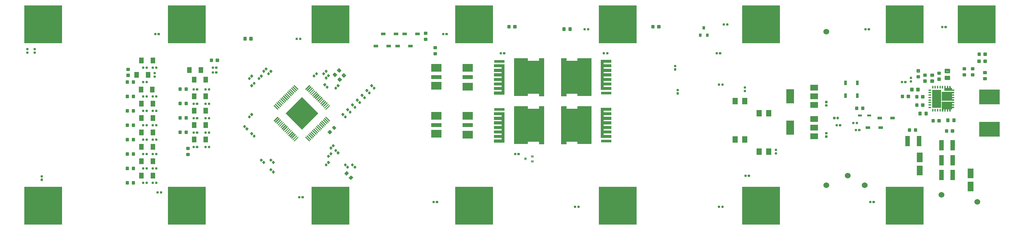
<source format=gbr>
G04 EAGLE Gerber RS-274X export*
G75*
%MOMM*%
%FSLAX34Y34*%
%LPD*%
%INSolderpaste Top*%
%IPPOS*%
%AMOC8*
5,1,8,0,0,1.08239X$1,22.5*%
G01*
%ADD10C,0.360000*%
%ADD11R,1.150000X1.650000*%
%ADD12C,0.260000*%
%ADD13R,10.000000X10.000000*%
%ADD14R,1.550000X0.300000*%
%ADD15R,6.100000X6.100000*%
%ADD16R,1.400000X1.800000*%
%ADD17C,0.240000*%
%ADD18R,1.150000X0.800000*%
%ADD19C,0.350000*%
%ADD20R,2.360000X4.850000*%
%ADD21C,0.460000*%
%ADD22R,0.800000X0.900000*%
%ADD23R,2.800000X0.800000*%
%ADD24C,0.120000*%
%ADD25R,2.700000X1.033000*%
%ADD26R,2.700000X2.066000*%
%ADD27R,1.050000X0.500000*%
%ADD28R,0.800000X1.150000*%
%ADD29R,5.500000X4.000000*%
%ADD30R,1.150000X2.700000*%
%ADD31R,2.000000X1.500000*%
%ADD32R,2.000000X3.800000*%
%ADD33R,1.600000X2.550000*%
%ADD34C,1.524000*%

G36*
X1450804Y349549D02*
X1450804Y349549D01*
X1450804Y349550D01*
X1450804Y450550D01*
X1450801Y450554D01*
X1450800Y450554D01*
X1436800Y450554D01*
X1436796Y450551D01*
X1436796Y450550D01*
X1436796Y443554D01*
X1407804Y443554D01*
X1407804Y450050D01*
X1407801Y450054D01*
X1407800Y450054D01*
X1370800Y450054D01*
X1370796Y450051D01*
X1370796Y450050D01*
X1370796Y350050D01*
X1370799Y350046D01*
X1370800Y350046D01*
X1407800Y350046D01*
X1407804Y350049D01*
X1407804Y350050D01*
X1407804Y356546D01*
X1436796Y356546D01*
X1436796Y349550D01*
X1436799Y349546D01*
X1436800Y349546D01*
X1450800Y349546D01*
X1450804Y349549D01*
G37*
G36*
X1509604Y349549D02*
X1509604Y349549D01*
X1509604Y349550D01*
X1509604Y356546D01*
X1538596Y356546D01*
X1538596Y350050D01*
X1538599Y350046D01*
X1538600Y350046D01*
X1575600Y350046D01*
X1575604Y350049D01*
X1575604Y350050D01*
X1575604Y450050D01*
X1575601Y450054D01*
X1575600Y450054D01*
X1538600Y450054D01*
X1538596Y450051D01*
X1538596Y450050D01*
X1538596Y443554D01*
X1509604Y443554D01*
X1509604Y450550D01*
X1509601Y450554D01*
X1509600Y450554D01*
X1495600Y450554D01*
X1495596Y450551D01*
X1495596Y450550D01*
X1495596Y349550D01*
X1495599Y349546D01*
X1495600Y349546D01*
X1509600Y349546D01*
X1509604Y349549D01*
G37*
G36*
X1450804Y222549D02*
X1450804Y222549D01*
X1450804Y222550D01*
X1450804Y323550D01*
X1450801Y323554D01*
X1450800Y323554D01*
X1436800Y323554D01*
X1436796Y323551D01*
X1436796Y323550D01*
X1436796Y316554D01*
X1407804Y316554D01*
X1407804Y323050D01*
X1407801Y323054D01*
X1407800Y323054D01*
X1370800Y323054D01*
X1370796Y323051D01*
X1370796Y323050D01*
X1370796Y223050D01*
X1370799Y223046D01*
X1370800Y223046D01*
X1407800Y223046D01*
X1407804Y223049D01*
X1407804Y223050D01*
X1407804Y229546D01*
X1436796Y229546D01*
X1436796Y222550D01*
X1436799Y222546D01*
X1436800Y222546D01*
X1450800Y222546D01*
X1450804Y222549D01*
G37*
G36*
X1509604Y222549D02*
X1509604Y222549D01*
X1509604Y222550D01*
X1509604Y229546D01*
X1538596Y229546D01*
X1538596Y223050D01*
X1538599Y223046D01*
X1538600Y223046D01*
X1575600Y223046D01*
X1575604Y223049D01*
X1575604Y223050D01*
X1575604Y323050D01*
X1575601Y323054D01*
X1575600Y323054D01*
X1538600Y323054D01*
X1538596Y323051D01*
X1538596Y323050D01*
X1538596Y316554D01*
X1509604Y316554D01*
X1509604Y323550D01*
X1509601Y323554D01*
X1509600Y323554D01*
X1495600Y323554D01*
X1495596Y323551D01*
X1495596Y323550D01*
X1495596Y222550D01*
X1495599Y222546D01*
X1495600Y222546D01*
X1509600Y222546D01*
X1509604Y222549D01*
G37*
G36*
X1345804Y354049D02*
X1345804Y354049D01*
X1345804Y354050D01*
X1345804Y434050D01*
X1345801Y434054D01*
X1345800Y434054D01*
X1317800Y434054D01*
X1317796Y434051D01*
X1317796Y434050D01*
X1317796Y426050D01*
X1317799Y426046D01*
X1317800Y426046D01*
X1338196Y426046D01*
X1338196Y422054D01*
X1317800Y422054D01*
X1317796Y422051D01*
X1317796Y422050D01*
X1317796Y414050D01*
X1317799Y414046D01*
X1317800Y414046D01*
X1338196Y414046D01*
X1338196Y410054D01*
X1317800Y410054D01*
X1317796Y410051D01*
X1317796Y410050D01*
X1317796Y402050D01*
X1317799Y402046D01*
X1317800Y402046D01*
X1338196Y402046D01*
X1338196Y398054D01*
X1317800Y398054D01*
X1317796Y398051D01*
X1317796Y398050D01*
X1317796Y390050D01*
X1317799Y390046D01*
X1317800Y390046D01*
X1338196Y390046D01*
X1338196Y386054D01*
X1317800Y386054D01*
X1317796Y386051D01*
X1317796Y386050D01*
X1317796Y378050D01*
X1317799Y378046D01*
X1317800Y378046D01*
X1338196Y378046D01*
X1338196Y374054D01*
X1317800Y374054D01*
X1317796Y374051D01*
X1317796Y374050D01*
X1317796Y366050D01*
X1317799Y366046D01*
X1317800Y366046D01*
X1338196Y366046D01*
X1338196Y362054D01*
X1317800Y362054D01*
X1317796Y362051D01*
X1317796Y362050D01*
X1317796Y354050D01*
X1317799Y354046D01*
X1317800Y354046D01*
X1345800Y354046D01*
X1345804Y354049D01*
G37*
G36*
X1345804Y227049D02*
X1345804Y227049D01*
X1345804Y227050D01*
X1345804Y307050D01*
X1345801Y307054D01*
X1345800Y307054D01*
X1317800Y307054D01*
X1317796Y307051D01*
X1317796Y307050D01*
X1317796Y299050D01*
X1317799Y299046D01*
X1317800Y299046D01*
X1338196Y299046D01*
X1338196Y295054D01*
X1317800Y295054D01*
X1317796Y295051D01*
X1317796Y295050D01*
X1317796Y287050D01*
X1317799Y287046D01*
X1317800Y287046D01*
X1338196Y287046D01*
X1338196Y283054D01*
X1317800Y283054D01*
X1317796Y283051D01*
X1317796Y283050D01*
X1317796Y275050D01*
X1317799Y275046D01*
X1317800Y275046D01*
X1338196Y275046D01*
X1338196Y271054D01*
X1317800Y271054D01*
X1317796Y271051D01*
X1317796Y271050D01*
X1317796Y263050D01*
X1317799Y263046D01*
X1317800Y263046D01*
X1338196Y263046D01*
X1338196Y259054D01*
X1317800Y259054D01*
X1317796Y259051D01*
X1317796Y259050D01*
X1317796Y251050D01*
X1317799Y251046D01*
X1317800Y251046D01*
X1338196Y251046D01*
X1338196Y247054D01*
X1317800Y247054D01*
X1317796Y247051D01*
X1317796Y247050D01*
X1317796Y239050D01*
X1317799Y239046D01*
X1317800Y239046D01*
X1338196Y239046D01*
X1338196Y235054D01*
X1317800Y235054D01*
X1317796Y235051D01*
X1317796Y235050D01*
X1317796Y227050D01*
X1317799Y227046D01*
X1317800Y227046D01*
X1345800Y227046D01*
X1345804Y227049D01*
G37*
G36*
X1628604Y366049D02*
X1628604Y366049D01*
X1628604Y366050D01*
X1628604Y374050D01*
X1628601Y374054D01*
X1628600Y374054D01*
X1608204Y374054D01*
X1608204Y378046D01*
X1628600Y378046D01*
X1628604Y378049D01*
X1628604Y378050D01*
X1628604Y386050D01*
X1628601Y386054D01*
X1628600Y386054D01*
X1608204Y386054D01*
X1608204Y390046D01*
X1628600Y390046D01*
X1628604Y390049D01*
X1628604Y390050D01*
X1628604Y398050D01*
X1628601Y398054D01*
X1628600Y398054D01*
X1608204Y398054D01*
X1608204Y402046D01*
X1628600Y402046D01*
X1628604Y402049D01*
X1628604Y402050D01*
X1628604Y410050D01*
X1628601Y410054D01*
X1628600Y410054D01*
X1608204Y410054D01*
X1608204Y414046D01*
X1628600Y414046D01*
X1628604Y414049D01*
X1628604Y414050D01*
X1628604Y422050D01*
X1628601Y422054D01*
X1628600Y422054D01*
X1608204Y422054D01*
X1608204Y426046D01*
X1628600Y426046D01*
X1628604Y426049D01*
X1628604Y426050D01*
X1628604Y434050D01*
X1628601Y434054D01*
X1628600Y434054D01*
X1608204Y434054D01*
X1608204Y438046D01*
X1628600Y438046D01*
X1628604Y438049D01*
X1628604Y438050D01*
X1628604Y446050D01*
X1628601Y446054D01*
X1628600Y446054D01*
X1600600Y446054D01*
X1600596Y446051D01*
X1600596Y446050D01*
X1600596Y366050D01*
X1600599Y366046D01*
X1600600Y366046D01*
X1628600Y366046D01*
X1628604Y366049D01*
G37*
G36*
X1628604Y239049D02*
X1628604Y239049D01*
X1628604Y239050D01*
X1628604Y247050D01*
X1628601Y247054D01*
X1628600Y247054D01*
X1608204Y247054D01*
X1608204Y251046D01*
X1628600Y251046D01*
X1628604Y251049D01*
X1628604Y251050D01*
X1628604Y259050D01*
X1628601Y259054D01*
X1628600Y259054D01*
X1608204Y259054D01*
X1608204Y263046D01*
X1628600Y263046D01*
X1628604Y263049D01*
X1628604Y263050D01*
X1628604Y271050D01*
X1628601Y271054D01*
X1628600Y271054D01*
X1608204Y271054D01*
X1608204Y275046D01*
X1628600Y275046D01*
X1628604Y275049D01*
X1628604Y275050D01*
X1628604Y283050D01*
X1628601Y283054D01*
X1628600Y283054D01*
X1608204Y283054D01*
X1608204Y287046D01*
X1628600Y287046D01*
X1628604Y287049D01*
X1628604Y287050D01*
X1628604Y295050D01*
X1628601Y295054D01*
X1628600Y295054D01*
X1608204Y295054D01*
X1608204Y299046D01*
X1628600Y299046D01*
X1628604Y299049D01*
X1628604Y299050D01*
X1628604Y307050D01*
X1628601Y307054D01*
X1628600Y307054D01*
X1608204Y307054D01*
X1608204Y311046D01*
X1628600Y311046D01*
X1628604Y311049D01*
X1628604Y311050D01*
X1628604Y319050D01*
X1628601Y319054D01*
X1628600Y319054D01*
X1600600Y319054D01*
X1600596Y319051D01*
X1600596Y319050D01*
X1600596Y239050D01*
X1600599Y239046D01*
X1600600Y239046D01*
X1628600Y239046D01*
X1628604Y239049D01*
G37*
G36*
X2534480Y337901D02*
X2534480Y337901D01*
X2534481Y337901D01*
X2534974Y337972D01*
X2534975Y337972D01*
X2535428Y338179D01*
X2535428Y338180D01*
X2535429Y338180D01*
X2535805Y338506D01*
X2535805Y338507D01*
X2535806Y338507D01*
X2536075Y338926D01*
X2536075Y338927D01*
X2536076Y338927D01*
X2536216Y339405D01*
X2536216Y339406D01*
X2536216Y339904D01*
X2536216Y339905D01*
X2536076Y340383D01*
X2536075Y340384D01*
X2535806Y340803D01*
X2535805Y340804D01*
X2535429Y341130D01*
X2535428Y341130D01*
X2535428Y341131D01*
X2534975Y341338D01*
X2534974Y341338D01*
X2534481Y341409D01*
X2534480Y341409D01*
X2530404Y341409D01*
X2530404Y344401D01*
X2534480Y344401D01*
X2534481Y344401D01*
X2534974Y344472D01*
X2534975Y344472D01*
X2535428Y344679D01*
X2535428Y344680D01*
X2535429Y344680D01*
X2535805Y345006D01*
X2535805Y345007D01*
X2535806Y345007D01*
X2536075Y345426D01*
X2536075Y345427D01*
X2536076Y345427D01*
X2536216Y345905D01*
X2536216Y345906D01*
X2536216Y346404D01*
X2536216Y346405D01*
X2536076Y346883D01*
X2536075Y346884D01*
X2535806Y347303D01*
X2535805Y347304D01*
X2535429Y347630D01*
X2535428Y347630D01*
X2535428Y347631D01*
X2534975Y347838D01*
X2534974Y347838D01*
X2534481Y347909D01*
X2534480Y347909D01*
X2530404Y347909D01*
X2530404Y350901D01*
X2534480Y350901D01*
X2534481Y350901D01*
X2534974Y350972D01*
X2534975Y350972D01*
X2535428Y351179D01*
X2535428Y351180D01*
X2535429Y351180D01*
X2535805Y351506D01*
X2535805Y351507D01*
X2535806Y351507D01*
X2536075Y351926D01*
X2536075Y351927D01*
X2536076Y351927D01*
X2536216Y352405D01*
X2536216Y352406D01*
X2536216Y352904D01*
X2536216Y352905D01*
X2536076Y353383D01*
X2536075Y353384D01*
X2535806Y353803D01*
X2535805Y353804D01*
X2535429Y354130D01*
X2535428Y354130D01*
X2535428Y354131D01*
X2534975Y354338D01*
X2534974Y354338D01*
X2534481Y354409D01*
X2534480Y354409D01*
X2530404Y354409D01*
X2530404Y357401D01*
X2534480Y357401D01*
X2534481Y357401D01*
X2534974Y357472D01*
X2534975Y357472D01*
X2535428Y357679D01*
X2535428Y357680D01*
X2535429Y357680D01*
X2535805Y358006D01*
X2535805Y358007D01*
X2535806Y358007D01*
X2536075Y358426D01*
X2536075Y358427D01*
X2536076Y358427D01*
X2536216Y358905D01*
X2536216Y358906D01*
X2536216Y359404D01*
X2536216Y359405D01*
X2536076Y359883D01*
X2536075Y359884D01*
X2535806Y360303D01*
X2535805Y360304D01*
X2535429Y360630D01*
X2535428Y360630D01*
X2535428Y360631D01*
X2534975Y360838D01*
X2534974Y360838D01*
X2534481Y360909D01*
X2534480Y360909D01*
X2503400Y360909D01*
X2503396Y360906D01*
X2503396Y360905D01*
X2503396Y337905D01*
X2503399Y337901D01*
X2503400Y337901D01*
X2534480Y337901D01*
X2534480Y337901D01*
G37*
G36*
X2505400Y308589D02*
X2505400Y308589D01*
X2505878Y308729D01*
X2505879Y308730D01*
X2506298Y308999D01*
X2506299Y309000D01*
X2506625Y309376D01*
X2506625Y309377D01*
X2506626Y309377D01*
X2506833Y309830D01*
X2506833Y309831D01*
X2506833Y309833D01*
X2506834Y309833D01*
X2506837Y309854D01*
X2506838Y309862D01*
X2506841Y309883D01*
X2506844Y309904D01*
X2506847Y309925D01*
X2506850Y309946D01*
X2506850Y309947D01*
X2506853Y309968D01*
X2506854Y309976D01*
X2506857Y309997D01*
X2506860Y310018D01*
X2506863Y310039D01*
X2506866Y310060D01*
X2506869Y310081D01*
X2506869Y310082D01*
X2506872Y310103D01*
X2506874Y310111D01*
X2506877Y310132D01*
X2506880Y310153D01*
X2506883Y310174D01*
X2506886Y310195D01*
X2506889Y310216D01*
X2506889Y310217D01*
X2506890Y310225D01*
X2506893Y310246D01*
X2506896Y310267D01*
X2506899Y310288D01*
X2506902Y310309D01*
X2506904Y310324D01*
X2506904Y310325D01*
X2506904Y314401D01*
X2509896Y314401D01*
X2509896Y310325D01*
X2509896Y310324D01*
X2509967Y309831D01*
X2509967Y309830D01*
X2510174Y309377D01*
X2510175Y309377D01*
X2510175Y309376D01*
X2510501Y309000D01*
X2510502Y309000D01*
X2510502Y308999D01*
X2510921Y308730D01*
X2510922Y308730D01*
X2510922Y308729D01*
X2511400Y308589D01*
X2511401Y308589D01*
X2511899Y308589D01*
X2511900Y308589D01*
X2512378Y308729D01*
X2512379Y308730D01*
X2512798Y308999D01*
X2512799Y309000D01*
X2513125Y309376D01*
X2513125Y309377D01*
X2513126Y309377D01*
X2513333Y309830D01*
X2513333Y309831D01*
X2513333Y309833D01*
X2513334Y309833D01*
X2513337Y309854D01*
X2513338Y309862D01*
X2513341Y309883D01*
X2513344Y309904D01*
X2513347Y309925D01*
X2513350Y309946D01*
X2513350Y309947D01*
X2513353Y309968D01*
X2513354Y309976D01*
X2513357Y309997D01*
X2513360Y310018D01*
X2513363Y310039D01*
X2513366Y310060D01*
X2513369Y310081D01*
X2513369Y310082D01*
X2513372Y310103D01*
X2513374Y310111D01*
X2513377Y310132D01*
X2513380Y310153D01*
X2513383Y310174D01*
X2513386Y310195D01*
X2513389Y310216D01*
X2513389Y310217D01*
X2513390Y310225D01*
X2513393Y310246D01*
X2513396Y310267D01*
X2513399Y310288D01*
X2513402Y310309D01*
X2513404Y310324D01*
X2513404Y310325D01*
X2513404Y314401D01*
X2516396Y314401D01*
X2516396Y310325D01*
X2516396Y310324D01*
X2516467Y309831D01*
X2516467Y309830D01*
X2516674Y309377D01*
X2516675Y309377D01*
X2516675Y309376D01*
X2517001Y309000D01*
X2517002Y309000D01*
X2517002Y308999D01*
X2517421Y308730D01*
X2517422Y308730D01*
X2517422Y308729D01*
X2517900Y308589D01*
X2517901Y308589D01*
X2518399Y308589D01*
X2518400Y308589D01*
X2518878Y308729D01*
X2518879Y308730D01*
X2519298Y308999D01*
X2519299Y309000D01*
X2519625Y309376D01*
X2519625Y309377D01*
X2519626Y309377D01*
X2519833Y309830D01*
X2519833Y309831D01*
X2519833Y309833D01*
X2519834Y309833D01*
X2519837Y309854D01*
X2519838Y309862D01*
X2519841Y309883D01*
X2519844Y309904D01*
X2519847Y309925D01*
X2519850Y309946D01*
X2519850Y309947D01*
X2519853Y309968D01*
X2519854Y309976D01*
X2519857Y309997D01*
X2519860Y310018D01*
X2519863Y310039D01*
X2519866Y310060D01*
X2519869Y310081D01*
X2519869Y310082D01*
X2519872Y310103D01*
X2519874Y310111D01*
X2519877Y310132D01*
X2519880Y310153D01*
X2519883Y310174D01*
X2519886Y310195D01*
X2519889Y310216D01*
X2519889Y310217D01*
X2519890Y310225D01*
X2519893Y310246D01*
X2519896Y310267D01*
X2519899Y310288D01*
X2519902Y310309D01*
X2519904Y310324D01*
X2519904Y310325D01*
X2519904Y314401D01*
X2522896Y314401D01*
X2522896Y310325D01*
X2522896Y310324D01*
X2522967Y309831D01*
X2522967Y309830D01*
X2523174Y309377D01*
X2523175Y309377D01*
X2523175Y309376D01*
X2523501Y309000D01*
X2523502Y309000D01*
X2523502Y308999D01*
X2523921Y308730D01*
X2523922Y308730D01*
X2523922Y308729D01*
X2524400Y308589D01*
X2524401Y308589D01*
X2524899Y308589D01*
X2524900Y308589D01*
X2525378Y308729D01*
X2525379Y308730D01*
X2525798Y308999D01*
X2525799Y309000D01*
X2526125Y309376D01*
X2526125Y309377D01*
X2526126Y309377D01*
X2526333Y309830D01*
X2526333Y309831D01*
X2526333Y309833D01*
X2526334Y309833D01*
X2526337Y309854D01*
X2526338Y309862D01*
X2526341Y309883D01*
X2526344Y309904D01*
X2526347Y309925D01*
X2526350Y309946D01*
X2526350Y309947D01*
X2526353Y309968D01*
X2526354Y309976D01*
X2526357Y309997D01*
X2526360Y310018D01*
X2526363Y310039D01*
X2526366Y310060D01*
X2526369Y310081D01*
X2526369Y310082D01*
X2526372Y310103D01*
X2526374Y310111D01*
X2526377Y310132D01*
X2526380Y310153D01*
X2526383Y310174D01*
X2526386Y310195D01*
X2526389Y310216D01*
X2526389Y310217D01*
X2526390Y310225D01*
X2526393Y310246D01*
X2526396Y310267D01*
X2526399Y310288D01*
X2526402Y310309D01*
X2526404Y310324D01*
X2526404Y310325D01*
X2526404Y314401D01*
X2530400Y314401D01*
X2530404Y314404D01*
X2530404Y314405D01*
X2530404Y318401D01*
X2534480Y318401D01*
X2534481Y318401D01*
X2534974Y318472D01*
X2534975Y318472D01*
X2535428Y318679D01*
X2535428Y318680D01*
X2535429Y318680D01*
X2535805Y319006D01*
X2535805Y319007D01*
X2535806Y319007D01*
X2536075Y319426D01*
X2536075Y319427D01*
X2536076Y319427D01*
X2536216Y319905D01*
X2536216Y319906D01*
X2536216Y320404D01*
X2536216Y320405D01*
X2536076Y320883D01*
X2536075Y320884D01*
X2535806Y321303D01*
X2535805Y321304D01*
X2535429Y321630D01*
X2535428Y321630D01*
X2535428Y321631D01*
X2534975Y321838D01*
X2534974Y321838D01*
X2534481Y321909D01*
X2534480Y321909D01*
X2530404Y321909D01*
X2530404Y324901D01*
X2534480Y324901D01*
X2534481Y324901D01*
X2534974Y324972D01*
X2534975Y324972D01*
X2535428Y325179D01*
X2535428Y325180D01*
X2535429Y325180D01*
X2535805Y325506D01*
X2535805Y325507D01*
X2535806Y325507D01*
X2536075Y325926D01*
X2536075Y325927D01*
X2536076Y325927D01*
X2536216Y326405D01*
X2536216Y326406D01*
X2536216Y326904D01*
X2536216Y326905D01*
X2536076Y327383D01*
X2536075Y327384D01*
X2535806Y327803D01*
X2535805Y327804D01*
X2535429Y328130D01*
X2535428Y328130D01*
X2535428Y328131D01*
X2534975Y328338D01*
X2534974Y328338D01*
X2534481Y328409D01*
X2534480Y328409D01*
X2530404Y328409D01*
X2530404Y331401D01*
X2534480Y331401D01*
X2534481Y331401D01*
X2534974Y331472D01*
X2534975Y331472D01*
X2535428Y331679D01*
X2535428Y331680D01*
X2535429Y331680D01*
X2535805Y332006D01*
X2535805Y332007D01*
X2535806Y332007D01*
X2536075Y332426D01*
X2536075Y332427D01*
X2536076Y332427D01*
X2536216Y332905D01*
X2536216Y332906D01*
X2536216Y333404D01*
X2536216Y333405D01*
X2536076Y333883D01*
X2536075Y333884D01*
X2535806Y334303D01*
X2535805Y334304D01*
X2535429Y334630D01*
X2535428Y334630D01*
X2535428Y334631D01*
X2534975Y334838D01*
X2534974Y334838D01*
X2534481Y334909D01*
X2534480Y334909D01*
X2503400Y334909D01*
X2503396Y334906D01*
X2503396Y334905D01*
X2503396Y310325D01*
X2503396Y310324D01*
X2503467Y309831D01*
X2503467Y309830D01*
X2503674Y309377D01*
X2503675Y309377D01*
X2503675Y309376D01*
X2504001Y309000D01*
X2504002Y309000D01*
X2504002Y308999D01*
X2504421Y308730D01*
X2504422Y308730D01*
X2504422Y308729D01*
X2504900Y308589D01*
X2504901Y308589D01*
X2505399Y308589D01*
X2505400Y308589D01*
G37*
G36*
X2534480Y363901D02*
X2534480Y363901D01*
X2534481Y363901D01*
X2534974Y363972D01*
X2534975Y363972D01*
X2535428Y364179D01*
X2535428Y364180D01*
X2535429Y364180D01*
X2535805Y364506D01*
X2535805Y364507D01*
X2535806Y364507D01*
X2536075Y364926D01*
X2536075Y364927D01*
X2536076Y364927D01*
X2536216Y365405D01*
X2536216Y365406D01*
X2536216Y365904D01*
X2536216Y365905D01*
X2536076Y366383D01*
X2536075Y366384D01*
X2535806Y366803D01*
X2535805Y366804D01*
X2535429Y367130D01*
X2535428Y367130D01*
X2535428Y367131D01*
X2534975Y367338D01*
X2534974Y367338D01*
X2534481Y367409D01*
X2534480Y367409D01*
X2530404Y367409D01*
X2530404Y371405D01*
X2530401Y371409D01*
X2530400Y371409D01*
X2526404Y371409D01*
X2526404Y375485D01*
X2526404Y375486D01*
X2526333Y375979D01*
X2526333Y375980D01*
X2526126Y376433D01*
X2526125Y376433D01*
X2526125Y376434D01*
X2525799Y376810D01*
X2525798Y376810D01*
X2525798Y376811D01*
X2525379Y377080D01*
X2525378Y377080D01*
X2525378Y377081D01*
X2524900Y377221D01*
X2524899Y377221D01*
X2524401Y377221D01*
X2524400Y377221D01*
X2523922Y377081D01*
X2523921Y377080D01*
X2523502Y376811D01*
X2523502Y376810D01*
X2523501Y376810D01*
X2523175Y376434D01*
X2523175Y376433D01*
X2523174Y376433D01*
X2522967Y375980D01*
X2522967Y375979D01*
X2522964Y375963D01*
X2522961Y375942D01*
X2522958Y375921D01*
X2522958Y375920D01*
X2522955Y375899D01*
X2522952Y375878D01*
X2522949Y375857D01*
X2522948Y375849D01*
X2522945Y375828D01*
X2522942Y375807D01*
X2522939Y375786D01*
X2522939Y375785D01*
X2522936Y375764D01*
X2522933Y375743D01*
X2522930Y375722D01*
X2522929Y375714D01*
X2522926Y375693D01*
X2522923Y375672D01*
X2522920Y375651D01*
X2522920Y375650D01*
X2522917Y375629D01*
X2522916Y375629D01*
X2522913Y375608D01*
X2522912Y375600D01*
X2522909Y375579D01*
X2522906Y375558D01*
X2522903Y375537D01*
X2522900Y375516D01*
X2522900Y375515D01*
X2522897Y375494D01*
X2522896Y375486D01*
X2522896Y375485D01*
X2522896Y371409D01*
X2519904Y371409D01*
X2519904Y375485D01*
X2519904Y375486D01*
X2519833Y375979D01*
X2519833Y375980D01*
X2519626Y376433D01*
X2519625Y376433D01*
X2519625Y376434D01*
X2519299Y376810D01*
X2519298Y376810D01*
X2519298Y376811D01*
X2518879Y377080D01*
X2518878Y377080D01*
X2518878Y377081D01*
X2518400Y377221D01*
X2518399Y377221D01*
X2517901Y377221D01*
X2517900Y377221D01*
X2517422Y377081D01*
X2517421Y377080D01*
X2517002Y376811D01*
X2517002Y376810D01*
X2517001Y376810D01*
X2516675Y376434D01*
X2516675Y376433D01*
X2516674Y376433D01*
X2516467Y375980D01*
X2516467Y375979D01*
X2516464Y375963D01*
X2516461Y375942D01*
X2516458Y375921D01*
X2516458Y375920D01*
X2516455Y375899D01*
X2516452Y375878D01*
X2516449Y375857D01*
X2516448Y375849D01*
X2516445Y375828D01*
X2516442Y375807D01*
X2516439Y375786D01*
X2516439Y375785D01*
X2516436Y375764D01*
X2516433Y375743D01*
X2516430Y375722D01*
X2516429Y375714D01*
X2516426Y375693D01*
X2516423Y375672D01*
X2516420Y375651D01*
X2516420Y375650D01*
X2516417Y375629D01*
X2516416Y375629D01*
X2516413Y375608D01*
X2516412Y375600D01*
X2516409Y375579D01*
X2516406Y375558D01*
X2516403Y375537D01*
X2516400Y375516D01*
X2516400Y375515D01*
X2516397Y375494D01*
X2516396Y375486D01*
X2516396Y375485D01*
X2516396Y371409D01*
X2513404Y371409D01*
X2513404Y375485D01*
X2513404Y375486D01*
X2513333Y375979D01*
X2513333Y375980D01*
X2513126Y376433D01*
X2513125Y376433D01*
X2513125Y376434D01*
X2512799Y376810D01*
X2512798Y376810D01*
X2512798Y376811D01*
X2512379Y377080D01*
X2512378Y377080D01*
X2512378Y377081D01*
X2511900Y377221D01*
X2511899Y377221D01*
X2511401Y377221D01*
X2511400Y377221D01*
X2510922Y377081D01*
X2510921Y377080D01*
X2510502Y376811D01*
X2510502Y376810D01*
X2510501Y376810D01*
X2510175Y376434D01*
X2510175Y376433D01*
X2510174Y376433D01*
X2509967Y375980D01*
X2509967Y375979D01*
X2509964Y375963D01*
X2509961Y375942D01*
X2509958Y375921D01*
X2509958Y375920D01*
X2509955Y375899D01*
X2509952Y375878D01*
X2509949Y375857D01*
X2509948Y375849D01*
X2509945Y375828D01*
X2509942Y375807D01*
X2509939Y375786D01*
X2509939Y375785D01*
X2509936Y375764D01*
X2509933Y375743D01*
X2509930Y375722D01*
X2509929Y375714D01*
X2509926Y375693D01*
X2509923Y375672D01*
X2509920Y375651D01*
X2509920Y375650D01*
X2509917Y375629D01*
X2509916Y375629D01*
X2509913Y375608D01*
X2509912Y375600D01*
X2509909Y375579D01*
X2509906Y375558D01*
X2509903Y375537D01*
X2509900Y375516D01*
X2509900Y375515D01*
X2509897Y375494D01*
X2509896Y375486D01*
X2509896Y375485D01*
X2509896Y363905D01*
X2509899Y363901D01*
X2509900Y363901D01*
X2534480Y363901D01*
X2534480Y363901D01*
G37*
D10*
X500620Y365340D02*
X500620Y371240D01*
X506020Y371240D01*
X506020Y365340D01*
X500620Y365340D01*
X500620Y368760D02*
X506020Y368760D01*
X484620Y371240D02*
X484620Y365340D01*
X484620Y371240D02*
X490020Y371240D01*
X490020Y365340D01*
X484620Y365340D01*
X484620Y368760D02*
X490020Y368760D01*
X500600Y295050D02*
X500600Y289150D01*
X500600Y295050D02*
X506000Y295050D01*
X506000Y289150D01*
X500600Y289150D01*
X500600Y292570D02*
X506000Y292570D01*
X484600Y295050D02*
X484600Y289150D01*
X484600Y295050D02*
X490000Y295050D01*
X490000Y289150D01*
X484600Y289150D01*
X484600Y292570D02*
X490000Y292570D01*
X505050Y208500D02*
X510950Y208500D01*
X505050Y208500D02*
X505050Y213900D01*
X510950Y213900D01*
X510950Y208500D01*
X510950Y211920D02*
X505050Y211920D01*
X505050Y192500D02*
X510950Y192500D01*
X505050Y192500D02*
X505050Y197900D01*
X510950Y197900D01*
X510950Y192500D01*
X510950Y195920D02*
X505050Y195920D01*
D11*
X554770Y393670D03*
X524770Y393670D03*
X554750Y311150D03*
X524750Y311150D03*
X554750Y234950D03*
X524750Y234950D03*
X415040Y444550D03*
X385040Y444550D03*
X542070Y419130D03*
X512070Y419130D03*
X554660Y349100D03*
X524660Y349100D03*
X554750Y273050D03*
X524750Y273050D03*
D10*
X500600Y327250D02*
X500600Y333150D01*
X506000Y333150D01*
X506000Y327250D01*
X500600Y327250D01*
X500600Y330670D02*
X506000Y330670D01*
X484600Y333150D02*
X484600Y327250D01*
X484600Y333150D02*
X490000Y333150D01*
X490000Y327250D01*
X484600Y327250D01*
X484600Y330670D02*
X490000Y330670D01*
D12*
X724325Y415932D02*
X727082Y413175D01*
X724325Y415932D02*
X727082Y418689D01*
X729839Y415932D01*
X727082Y413175D01*
X729552Y415645D02*
X724612Y415645D01*
X726508Y418115D02*
X727656Y418115D01*
X717961Y409568D02*
X720718Y406811D01*
X717961Y409568D02*
X720718Y412325D01*
X723475Y409568D01*
X720718Y406811D01*
X723188Y409281D02*
X718248Y409281D01*
X720144Y411751D02*
X721292Y411751D01*
X714382Y419525D02*
X711625Y422282D01*
X714382Y425039D01*
X717139Y422282D01*
X714382Y419525D01*
X716852Y421995D02*
X711912Y421995D01*
X713808Y424465D02*
X714956Y424465D01*
X705261Y415918D02*
X708018Y413161D01*
X705261Y415918D02*
X708018Y418675D01*
X710775Y415918D01*
X708018Y413161D01*
X710488Y415631D02*
X705548Y415631D01*
X707444Y418101D02*
X708592Y418101D01*
X698925Y403232D02*
X701682Y400475D01*
X698925Y403232D02*
X701682Y405989D01*
X704439Y403232D01*
X701682Y400475D01*
X704152Y402945D02*
X699212Y402945D01*
X701108Y405415D02*
X702256Y405415D01*
X692561Y396868D02*
X695318Y394111D01*
X692561Y396868D02*
X695318Y399625D01*
X698075Y396868D01*
X695318Y394111D01*
X697788Y396581D02*
X692848Y396581D01*
X694744Y399051D02*
X695892Y399051D01*
X676282Y400475D02*
X673525Y403232D01*
X676282Y405989D01*
X679039Y403232D01*
X676282Y400475D01*
X678752Y402945D02*
X673812Y402945D01*
X675708Y405415D02*
X676856Y405415D01*
X667161Y396868D02*
X669918Y394111D01*
X667161Y396868D02*
X669918Y399625D01*
X672675Y396868D01*
X669918Y394111D01*
X672388Y396581D02*
X667448Y396581D01*
X669344Y399051D02*
X670492Y399051D01*
X679875Y384182D02*
X682632Y381425D01*
X679875Y384182D02*
X682632Y386939D01*
X685389Y384182D01*
X682632Y381425D01*
X685102Y383895D02*
X680162Y383895D01*
X682058Y386365D02*
X683206Y386365D01*
X673511Y377818D02*
X676268Y375061D01*
X673511Y377818D02*
X676268Y380575D01*
X679025Y377818D01*
X676268Y375061D01*
X678738Y377531D02*
X673798Y377531D01*
X675694Y380001D02*
X676842Y380001D01*
X673525Y301632D02*
X676282Y298875D01*
X673525Y301632D02*
X676282Y304389D01*
X679039Y301632D01*
X676282Y298875D01*
X678752Y301345D02*
X673812Y301345D01*
X675708Y303815D02*
X676856Y303815D01*
X667161Y295268D02*
X669918Y292511D01*
X667161Y295268D02*
X669918Y298025D01*
X672675Y295268D01*
X669918Y292511D01*
X672388Y294981D02*
X667448Y294981D01*
X669344Y297451D02*
X670492Y297451D01*
X659975Y269882D02*
X657218Y267125D01*
X654461Y269882D01*
X657218Y272639D01*
X659975Y269882D01*
X659688Y269595D02*
X654748Y269595D01*
X656644Y272065D02*
X657792Y272065D01*
X666339Y263518D02*
X663582Y260761D01*
X660825Y263518D01*
X663582Y266275D01*
X666339Y263518D01*
X666052Y263231D02*
X661112Y263231D01*
X663008Y265701D02*
X664156Y265701D01*
D10*
X352180Y418050D02*
X346280Y418050D01*
X346280Y423450D01*
X352180Y423450D01*
X352180Y418050D01*
X352180Y421470D02*
X346280Y421470D01*
X346280Y402050D02*
X352180Y402050D01*
X346280Y402050D02*
X346280Y407450D01*
X352180Y407450D01*
X352180Y402050D01*
X352180Y405470D02*
X346280Y405470D01*
D12*
X866768Y412325D02*
X869525Y409568D01*
X866768Y406811D01*
X864011Y409568D01*
X866768Y412325D01*
X869238Y409281D02*
X864298Y409281D01*
X866194Y411751D02*
X867342Y411751D01*
X873132Y418689D02*
X875889Y415932D01*
X873132Y413175D01*
X870375Y415932D01*
X873132Y418689D01*
X875602Y415645D02*
X870662Y415645D01*
X872558Y418115D02*
X873706Y418115D01*
D10*
X883177Y258668D02*
X887348Y254497D01*
X883529Y250678D01*
X879358Y254849D01*
X883177Y258668D01*
X880109Y254098D02*
X886949Y254098D01*
X884327Y257518D02*
X882027Y257518D01*
X894491Y269982D02*
X898662Y265811D01*
X894843Y261992D01*
X890672Y266163D01*
X894491Y269982D01*
X891423Y265412D02*
X898263Y265412D01*
X895641Y268832D02*
X893341Y268832D01*
X583160Y441540D02*
X583160Y447440D01*
X588560Y447440D01*
X588560Y441540D01*
X583160Y441540D01*
X583160Y444960D02*
X588560Y444960D01*
X567160Y447440D02*
X567160Y441540D01*
X567160Y447440D02*
X572560Y447440D01*
X572560Y441540D01*
X567160Y441540D01*
X567160Y444960D02*
X572560Y444960D01*
X500600Y256950D02*
X500600Y251050D01*
X500600Y256950D02*
X506000Y256950D01*
X506000Y251050D01*
X500600Y251050D01*
X500600Y254470D02*
X506000Y254470D01*
X484600Y256950D02*
X484600Y251050D01*
X484600Y256950D02*
X490000Y256950D01*
X490000Y251050D01*
X484600Y251050D01*
X484600Y254470D02*
X490000Y254470D01*
D13*
X2025000Y540000D03*
X2025000Y60000D03*
X2405000Y540000D03*
X2405000Y60000D03*
X2595000Y540000D03*
X1645000Y540000D03*
X1645000Y60000D03*
D14*
G36*
X798554Y366708D02*
X787595Y377667D01*
X789716Y379788D01*
X800675Y368829D01*
X798554Y366708D01*
G37*
G36*
X795019Y363172D02*
X784060Y374131D01*
X786181Y376252D01*
X797140Y365293D01*
X795019Y363172D01*
G37*
G36*
X791483Y359637D02*
X780524Y370596D01*
X782645Y372717D01*
X793604Y361758D01*
X791483Y359637D01*
G37*
G36*
X787947Y356101D02*
X776988Y367060D01*
X779109Y369181D01*
X790068Y358222D01*
X787947Y356101D01*
G37*
G36*
X784412Y352566D02*
X773453Y363525D01*
X775574Y365646D01*
X786533Y354687D01*
X784412Y352566D01*
G37*
G36*
X780876Y349030D02*
X769917Y359989D01*
X772038Y362110D01*
X782997Y351151D01*
X780876Y349030D01*
G37*
G36*
X777341Y345495D02*
X766382Y356454D01*
X768503Y358575D01*
X779462Y347616D01*
X777341Y345495D01*
G37*
G36*
X773805Y341959D02*
X762846Y352918D01*
X764967Y355039D01*
X775926Y344080D01*
X773805Y341959D01*
G37*
G36*
X770270Y338424D02*
X759311Y349383D01*
X761432Y351504D01*
X772391Y340545D01*
X770270Y338424D01*
G37*
G36*
X766734Y334888D02*
X755775Y345847D01*
X757896Y347968D01*
X768855Y337009D01*
X766734Y334888D01*
G37*
G36*
X763199Y331353D02*
X752240Y342312D01*
X754361Y344433D01*
X765320Y333474D01*
X763199Y331353D01*
G37*
G36*
X759663Y327817D02*
X748704Y338776D01*
X750825Y340897D01*
X761784Y329938D01*
X759663Y327817D01*
G37*
G36*
X756128Y324282D02*
X745169Y335241D01*
X747290Y337362D01*
X758249Y326403D01*
X756128Y324282D01*
G37*
G36*
X752592Y320746D02*
X741633Y331705D01*
X743754Y333826D01*
X754713Y322867D01*
X752592Y320746D01*
G37*
G36*
X749057Y317210D02*
X738098Y328169D01*
X740219Y330290D01*
X751178Y319331D01*
X749057Y317210D01*
G37*
G36*
X745521Y313675D02*
X734562Y324634D01*
X736683Y326755D01*
X747642Y315796D01*
X745521Y313675D01*
G37*
G36*
X747642Y293804D02*
X736683Y282845D01*
X734562Y284966D01*
X745521Y295925D01*
X747642Y293804D01*
G37*
G36*
X751178Y290269D02*
X740219Y279310D01*
X738098Y281431D01*
X749057Y292390D01*
X751178Y290269D01*
G37*
G36*
X754713Y286733D02*
X743754Y275774D01*
X741633Y277895D01*
X752592Y288854D01*
X754713Y286733D01*
G37*
G36*
X758249Y283197D02*
X747290Y272238D01*
X745169Y274359D01*
X756128Y285318D01*
X758249Y283197D01*
G37*
G36*
X761784Y279662D02*
X750825Y268703D01*
X748704Y270824D01*
X759663Y281783D01*
X761784Y279662D01*
G37*
G36*
X765320Y276126D02*
X754361Y265167D01*
X752240Y267288D01*
X763199Y278247D01*
X765320Y276126D01*
G37*
G36*
X768855Y272591D02*
X757896Y261632D01*
X755775Y263753D01*
X766734Y274712D01*
X768855Y272591D01*
G37*
G36*
X772391Y269055D02*
X761432Y258096D01*
X759311Y260217D01*
X770270Y271176D01*
X772391Y269055D01*
G37*
G36*
X775926Y265520D02*
X764967Y254561D01*
X762846Y256682D01*
X773805Y267641D01*
X775926Y265520D01*
G37*
G36*
X779462Y261984D02*
X768503Y251025D01*
X766382Y253146D01*
X777341Y264105D01*
X779462Y261984D01*
G37*
G36*
X782997Y258449D02*
X772038Y247490D01*
X769917Y249611D01*
X780876Y260570D01*
X782997Y258449D01*
G37*
G36*
X786533Y254913D02*
X775574Y243954D01*
X773453Y246075D01*
X784412Y257034D01*
X786533Y254913D01*
G37*
G36*
X790068Y251378D02*
X779109Y240419D01*
X776988Y242540D01*
X787947Y253499D01*
X790068Y251378D01*
G37*
G36*
X793604Y247842D02*
X782645Y236883D01*
X780524Y239004D01*
X791483Y249963D01*
X793604Y247842D01*
G37*
G36*
X797140Y244307D02*
X786181Y233348D01*
X784060Y235469D01*
X795019Y246428D01*
X797140Y244307D01*
G37*
G36*
X800675Y240771D02*
X789716Y229812D01*
X787595Y231933D01*
X798554Y242892D01*
X800675Y240771D01*
G37*
G36*
X820546Y242892D02*
X831505Y231933D01*
X829384Y229812D01*
X818425Y240771D01*
X820546Y242892D01*
G37*
G36*
X824081Y246428D02*
X835040Y235469D01*
X832919Y233348D01*
X821960Y244307D01*
X824081Y246428D01*
G37*
G36*
X827617Y249963D02*
X838576Y239004D01*
X836455Y236883D01*
X825496Y247842D01*
X827617Y249963D01*
G37*
G36*
X831153Y253499D02*
X842112Y242540D01*
X839991Y240419D01*
X829032Y251378D01*
X831153Y253499D01*
G37*
G36*
X834688Y257034D02*
X845647Y246075D01*
X843526Y243954D01*
X832567Y254913D01*
X834688Y257034D01*
G37*
G36*
X838224Y260570D02*
X849183Y249611D01*
X847062Y247490D01*
X836103Y258449D01*
X838224Y260570D01*
G37*
G36*
X841759Y264105D02*
X852718Y253146D01*
X850597Y251025D01*
X839638Y261984D01*
X841759Y264105D01*
G37*
G36*
X845295Y267641D02*
X856254Y256682D01*
X854133Y254561D01*
X843174Y265520D01*
X845295Y267641D01*
G37*
G36*
X848830Y271176D02*
X859789Y260217D01*
X857668Y258096D01*
X846709Y269055D01*
X848830Y271176D01*
G37*
G36*
X852366Y274712D02*
X863325Y263753D01*
X861204Y261632D01*
X850245Y272591D01*
X852366Y274712D01*
G37*
G36*
X855901Y278247D02*
X866860Y267288D01*
X864739Y265167D01*
X853780Y276126D01*
X855901Y278247D01*
G37*
G36*
X859437Y281783D02*
X870396Y270824D01*
X868275Y268703D01*
X857316Y279662D01*
X859437Y281783D01*
G37*
G36*
X862972Y285318D02*
X873931Y274359D01*
X871810Y272238D01*
X860851Y283197D01*
X862972Y285318D01*
G37*
G36*
X866508Y288854D02*
X877467Y277895D01*
X875346Y275774D01*
X864387Y286733D01*
X866508Y288854D01*
G37*
G36*
X870043Y292390D02*
X881002Y281431D01*
X878881Y279310D01*
X867922Y290269D01*
X870043Y292390D01*
G37*
G36*
X873579Y295925D02*
X884538Y284966D01*
X882417Y282845D01*
X871458Y293804D01*
X873579Y295925D01*
G37*
G36*
X871458Y315796D02*
X882417Y326755D01*
X884538Y324634D01*
X873579Y313675D01*
X871458Y315796D01*
G37*
G36*
X867922Y319331D02*
X878881Y330290D01*
X881002Y328169D01*
X870043Y317210D01*
X867922Y319331D01*
G37*
G36*
X864387Y322867D02*
X875346Y333826D01*
X877467Y331705D01*
X866508Y320746D01*
X864387Y322867D01*
G37*
G36*
X860851Y326403D02*
X871810Y337362D01*
X873931Y335241D01*
X862972Y324282D01*
X860851Y326403D01*
G37*
G36*
X857316Y329938D02*
X868275Y340897D01*
X870396Y338776D01*
X859437Y327817D01*
X857316Y329938D01*
G37*
G36*
X853780Y333474D02*
X864739Y344433D01*
X866860Y342312D01*
X855901Y331353D01*
X853780Y333474D01*
G37*
G36*
X850478Y337242D02*
X861437Y348201D01*
X863558Y346080D01*
X852599Y335121D01*
X850478Y337242D01*
G37*
G36*
X846709Y340545D02*
X857668Y351504D01*
X859789Y349383D01*
X848830Y338424D01*
X846709Y340545D01*
G37*
G36*
X843174Y344080D02*
X854133Y355039D01*
X856254Y352918D01*
X845295Y341959D01*
X843174Y344080D01*
G37*
G36*
X839638Y347616D02*
X850597Y358575D01*
X852718Y356454D01*
X841759Y345495D01*
X839638Y347616D01*
G37*
G36*
X836103Y351151D02*
X847062Y362110D01*
X849183Y359989D01*
X838224Y349030D01*
X836103Y351151D01*
G37*
G36*
X832567Y354687D02*
X843526Y365646D01*
X845647Y363525D01*
X834688Y352566D01*
X832567Y354687D01*
G37*
G36*
X829032Y358222D02*
X839991Y369181D01*
X842112Y367060D01*
X831153Y356101D01*
X829032Y358222D01*
G37*
G36*
X825496Y361758D02*
X836455Y372717D01*
X838576Y370596D01*
X827617Y359637D01*
X825496Y361758D01*
G37*
G36*
X821960Y365293D02*
X832919Y376252D01*
X835040Y374131D01*
X824081Y363172D01*
X821960Y365293D01*
G37*
G36*
X818425Y368829D02*
X829384Y379788D01*
X831505Y377667D01*
X820546Y366708D01*
X818425Y368829D01*
G37*
D15*
G36*
X809550Y261667D02*
X766417Y304800D01*
X809550Y347933D01*
X852683Y304800D01*
X809550Y261667D01*
G37*
D16*
X2044700Y304800D03*
X2019300Y304800D03*
X2019300Y203200D03*
X2044700Y203200D03*
D17*
X524380Y366500D02*
X524380Y370100D01*
X524380Y366500D02*
X520780Y366500D01*
X520780Y370100D01*
X524380Y370100D01*
X524380Y368780D02*
X520780Y368780D01*
X533380Y370100D02*
X533380Y366500D01*
X529780Y366500D01*
X529780Y370100D01*
X533380Y370100D01*
X533380Y368780D02*
X529780Y368780D01*
X524350Y293900D02*
X524350Y290300D01*
X520750Y290300D01*
X520750Y293900D01*
X524350Y293900D01*
X524350Y292580D02*
X520750Y292580D01*
X533350Y293900D02*
X533350Y290300D01*
X529750Y290300D01*
X529750Y293900D01*
X533350Y293900D01*
X533350Y292580D02*
X529750Y292580D01*
X524350Y217700D02*
X524350Y214100D01*
X520750Y214100D01*
X520750Y217700D01*
X524350Y217700D01*
X524350Y216380D02*
X520750Y216380D01*
X533350Y217700D02*
X533350Y214100D01*
X529750Y214100D01*
X529750Y217700D01*
X533350Y217700D01*
X533350Y216380D02*
X529750Y216380D01*
X391000Y423670D02*
X391000Y427270D01*
X391000Y423670D02*
X387400Y423670D01*
X387400Y427270D01*
X391000Y427270D01*
X391000Y425950D02*
X387400Y425950D01*
X400000Y427270D02*
X400000Y423670D01*
X396400Y423670D01*
X396400Y427270D01*
X400000Y427270D01*
X400000Y425950D02*
X396400Y425950D01*
X580600Y427260D02*
X580600Y423660D01*
X580600Y427260D02*
X584200Y427260D01*
X584200Y423660D01*
X580600Y423660D01*
X580600Y425940D02*
X584200Y425940D01*
X571600Y427260D02*
X571600Y423660D01*
X571600Y427260D02*
X575200Y427260D01*
X575200Y423660D01*
X571600Y423660D01*
X571600Y425940D02*
X575200Y425940D01*
X524350Y331890D02*
X524350Y328290D01*
X520750Y328290D01*
X520750Y331890D01*
X524350Y331890D01*
X524350Y330570D02*
X520750Y330570D01*
X533350Y331890D02*
X533350Y328290D01*
X529750Y328290D01*
X529750Y331890D01*
X533350Y331890D01*
X533350Y330570D02*
X529750Y330570D01*
X524350Y255800D02*
X524350Y252200D01*
X520750Y252200D01*
X520750Y255800D01*
X524350Y255800D01*
X524350Y254480D02*
X520750Y254480D01*
X533350Y255800D02*
X533350Y252200D01*
X529750Y252200D01*
X529750Y255800D01*
X533350Y255800D01*
X533350Y254480D02*
X529750Y254480D01*
X575150Y410950D02*
X575150Y414550D01*
X575150Y410950D02*
X571550Y410950D01*
X571550Y414550D01*
X575150Y414550D01*
X575150Y413230D02*
X571550Y413230D01*
X584150Y414550D02*
X584150Y410950D01*
X580550Y410950D01*
X580550Y414550D01*
X584150Y414550D01*
X584150Y413230D02*
X580550Y413230D01*
X556100Y370100D02*
X556100Y366500D01*
X552500Y366500D01*
X552500Y370100D01*
X556100Y370100D01*
X556100Y368780D02*
X552500Y368780D01*
X565100Y370100D02*
X565100Y366500D01*
X561500Y366500D01*
X561500Y370100D01*
X565100Y370100D01*
X565100Y368780D02*
X561500Y368780D01*
X556100Y332000D02*
X556100Y328400D01*
X552500Y328400D01*
X552500Y332000D01*
X556100Y332000D01*
X556100Y330680D02*
X552500Y330680D01*
X565100Y332000D02*
X565100Y328400D01*
X561500Y328400D01*
X561500Y332000D01*
X565100Y332000D01*
X565100Y330680D02*
X561500Y330680D01*
X556100Y293900D02*
X556100Y290300D01*
X552500Y290300D01*
X552500Y293900D01*
X556100Y293900D01*
X556100Y292580D02*
X552500Y292580D01*
X565100Y293900D02*
X565100Y290300D01*
X561500Y290300D01*
X561500Y293900D01*
X565100Y293900D01*
X565100Y292580D02*
X561500Y292580D01*
X556100Y255800D02*
X556100Y252200D01*
X552500Y252200D01*
X552500Y255800D01*
X556100Y255800D01*
X556100Y254480D02*
X552500Y254480D01*
X565100Y255800D02*
X565100Y252200D01*
X561500Y252200D01*
X561500Y255800D01*
X565100Y255800D01*
X565100Y254480D02*
X561500Y254480D01*
X556100Y217700D02*
X556100Y214100D01*
X552500Y214100D01*
X552500Y217700D01*
X556100Y217700D01*
X556100Y216380D02*
X552500Y216380D01*
X565100Y217700D02*
X565100Y214100D01*
X561500Y214100D01*
X561500Y217700D01*
X565100Y217700D01*
X565100Y216380D02*
X561500Y216380D01*
X416400Y423650D02*
X416400Y427250D01*
X416400Y423650D02*
X412800Y423650D01*
X412800Y427250D01*
X416400Y427250D01*
X416400Y425930D02*
X412800Y425930D01*
X425400Y427250D02*
X425400Y423650D01*
X421800Y423650D01*
X421800Y427250D01*
X425400Y427250D01*
X425400Y425930D02*
X421800Y425930D01*
X942968Y165737D02*
X945513Y168282D01*
X942968Y165737D02*
X940423Y168282D01*
X942968Y170827D01*
X945513Y168282D01*
X945248Y168017D02*
X940688Y168017D01*
X942438Y170297D02*
X943498Y170297D01*
X951877Y161918D02*
X949332Y159373D01*
X946787Y161918D01*
X949332Y164463D01*
X951877Y161918D01*
X951612Y161653D02*
X947052Y161653D01*
X948802Y163933D02*
X949862Y163933D01*
X926463Y168282D02*
X923918Y165737D01*
X921373Y168282D01*
X923918Y170827D01*
X926463Y168282D01*
X926198Y168017D02*
X921638Y168017D01*
X923388Y170297D02*
X924448Y170297D01*
X932827Y161918D02*
X930282Y159373D01*
X927737Y161918D01*
X930282Y164463D01*
X932827Y161918D01*
X932562Y161653D02*
X928002Y161653D01*
X929752Y163933D02*
X930812Y163933D01*
X843913Y403218D02*
X841368Y405763D01*
X843913Y403218D02*
X841368Y400673D01*
X838823Y403218D01*
X841368Y405763D01*
X843648Y402953D02*
X839088Y402953D01*
X840838Y405233D02*
X841898Y405233D01*
X847732Y412127D02*
X850277Y409582D01*
X847732Y407037D01*
X845187Y409582D01*
X847732Y412127D01*
X850012Y409317D02*
X845452Y409317D01*
X847202Y411597D02*
X848262Y411597D01*
D10*
X360900Y390300D02*
X360900Y384400D01*
X360900Y390300D02*
X366300Y390300D01*
X366300Y384400D01*
X360900Y384400D01*
X360900Y387820D02*
X366300Y387820D01*
X344900Y390300D02*
X344900Y384400D01*
X344900Y390300D02*
X350300Y390300D01*
X350300Y384400D01*
X344900Y384400D01*
X344900Y387820D02*
X350300Y387820D01*
D17*
X391000Y389150D02*
X391000Y385550D01*
X387400Y385550D01*
X387400Y389150D01*
X391000Y389150D01*
X391000Y387830D02*
X387400Y387830D01*
X400000Y389150D02*
X400000Y385550D01*
X396400Y385550D01*
X396400Y389150D01*
X400000Y389150D01*
X400000Y387830D02*
X396400Y387830D01*
X417300Y403700D02*
X420900Y403700D01*
X420900Y400100D01*
X417300Y400100D01*
X417300Y403700D01*
X417300Y402380D02*
X420900Y402380D01*
X420900Y412700D02*
X417300Y412700D01*
X420900Y412700D02*
X420900Y409100D01*
X417300Y409100D01*
X417300Y412700D01*
X417300Y411380D02*
X420900Y411380D01*
D11*
X402350Y406400D03*
X372350Y406400D03*
D13*
X1265000Y60000D03*
D10*
X360890Y346330D02*
X360890Y352230D01*
X366290Y352230D01*
X366290Y346330D01*
X360890Y346330D01*
X360890Y349750D02*
X366290Y349750D01*
X344890Y352230D02*
X344890Y346330D01*
X344890Y352230D02*
X350290Y352230D01*
X350290Y346330D01*
X344890Y346330D01*
X344890Y349750D02*
X350290Y349750D01*
D17*
X391020Y351100D02*
X391020Y347500D01*
X387420Y347500D01*
X387420Y351100D01*
X391020Y351100D01*
X391020Y349780D02*
X387420Y349780D01*
X400020Y351100D02*
X400020Y347500D01*
X396420Y347500D01*
X396420Y351100D01*
X400020Y351100D01*
X400020Y349780D02*
X396420Y349780D01*
X416400Y351050D02*
X416400Y347450D01*
X412800Y347450D01*
X412800Y351050D01*
X416400Y351050D01*
X416400Y349730D02*
X412800Y349730D01*
X425400Y351050D02*
X425400Y347450D01*
X421800Y347450D01*
X421800Y351050D01*
X425400Y351050D01*
X425400Y349730D02*
X421800Y349730D01*
D11*
X413866Y366767D03*
X383866Y366767D03*
D13*
X1265000Y540000D03*
D10*
X360900Y314100D02*
X360900Y308200D01*
X360900Y314100D02*
X366300Y314100D01*
X366300Y308200D01*
X360900Y308200D01*
X360900Y311620D02*
X366300Y311620D01*
X344900Y314100D02*
X344900Y308200D01*
X344900Y314100D02*
X350300Y314100D01*
X350300Y308200D01*
X344900Y308200D01*
X344900Y311620D02*
X350300Y311620D01*
D17*
X391000Y312950D02*
X391000Y309350D01*
X387400Y309350D01*
X387400Y312950D01*
X391000Y312950D01*
X391000Y311630D02*
X387400Y311630D01*
X400000Y312950D02*
X400000Y309350D01*
X396400Y309350D01*
X396400Y312950D01*
X400000Y312950D01*
X400000Y311630D02*
X396400Y311630D01*
X416400Y312950D02*
X416400Y309350D01*
X412800Y309350D01*
X412800Y312950D01*
X416400Y312950D01*
X416400Y311630D02*
X412800Y311630D01*
X425400Y312950D02*
X425400Y309350D01*
X421800Y309350D01*
X421800Y312950D01*
X425400Y312950D01*
X425400Y311630D02*
X421800Y311630D01*
D11*
X415080Y330220D03*
X385080Y330220D03*
D12*
X701668Y178225D02*
X704425Y180982D01*
X701668Y178225D02*
X698911Y180982D01*
X701668Y183739D01*
X704425Y180982D01*
X704138Y180695D02*
X699198Y180695D01*
X701094Y183165D02*
X702242Y183165D01*
X710789Y174618D02*
X708032Y171861D01*
X705275Y174618D01*
X708032Y177375D01*
X710789Y174618D01*
X710502Y174331D02*
X705562Y174331D01*
X707458Y176801D02*
X708606Y176801D01*
D13*
X885000Y60000D03*
D12*
X679025Y250832D02*
X676268Y248075D01*
X673511Y250832D01*
X676268Y253589D01*
X679025Y250832D01*
X678738Y250545D02*
X673798Y250545D01*
X675694Y253015D02*
X676842Y253015D01*
X685389Y244468D02*
X682632Y241711D01*
X679875Y244468D01*
X682632Y247225D01*
X685389Y244468D01*
X685102Y244181D02*
X680162Y244181D01*
X682058Y246651D02*
X683206Y246651D01*
D10*
X360900Y270100D02*
X360900Y276000D01*
X366300Y276000D01*
X366300Y270100D01*
X360900Y270100D01*
X360900Y273520D02*
X366300Y273520D01*
X344900Y276000D02*
X344900Y270100D01*
X344900Y276000D02*
X350300Y276000D01*
X350300Y270100D01*
X344900Y270100D01*
X344900Y273520D02*
X350300Y273520D01*
D17*
X391000Y274850D02*
X391000Y271250D01*
X387400Y271250D01*
X387400Y274850D01*
X391000Y274850D01*
X391000Y273530D02*
X387400Y273530D01*
X400000Y274850D02*
X400000Y271250D01*
X396400Y271250D01*
X396400Y274850D01*
X400000Y274850D01*
X400000Y273530D02*
X396400Y273530D01*
X416400Y274850D02*
X416400Y271250D01*
X412800Y271250D01*
X412800Y274850D01*
X416400Y274850D01*
X416400Y273530D02*
X412800Y273530D01*
X425400Y274850D02*
X425400Y271250D01*
X421800Y271250D01*
X421800Y274850D01*
X425400Y274850D01*
X425400Y273530D02*
X421800Y273530D01*
D11*
X415050Y292050D03*
X385050Y292050D03*
D13*
X885000Y540000D03*
D10*
X360920Y237780D02*
X360920Y231880D01*
X360920Y237780D02*
X366320Y237780D01*
X366320Y231880D01*
X360920Y231880D01*
X360920Y235300D02*
X366320Y235300D01*
X344920Y237780D02*
X344920Y231880D01*
X344920Y237780D02*
X350320Y237780D01*
X350320Y231880D01*
X344920Y231880D01*
X344920Y235300D02*
X350320Y235300D01*
D17*
X391000Y236750D02*
X391000Y233150D01*
X387400Y233150D01*
X387400Y236750D01*
X391000Y236750D01*
X391000Y235430D02*
X387400Y235430D01*
X400000Y236750D02*
X400000Y233150D01*
X396400Y233150D01*
X396400Y236750D01*
X400000Y236750D01*
X400000Y235430D02*
X396400Y235430D01*
X416400Y236750D02*
X416400Y233150D01*
X412800Y233150D01*
X412800Y236750D01*
X416400Y236750D01*
X416400Y235430D02*
X412800Y235430D01*
X425400Y236750D02*
X425400Y233150D01*
X421800Y233150D01*
X421800Y236750D01*
X425400Y236750D01*
X425400Y235430D02*
X421800Y235430D01*
D11*
X415050Y254000D03*
X385050Y254000D03*
D12*
X727068Y152825D02*
X729825Y155582D01*
X727068Y152825D02*
X724311Y155582D01*
X727068Y158339D01*
X729825Y155582D01*
X729538Y155295D02*
X724598Y155295D01*
X726494Y157765D02*
X727642Y157765D01*
X736189Y149218D02*
X733432Y146461D01*
X730675Y149218D01*
X733432Y151975D01*
X736189Y149218D01*
X735902Y148931D02*
X730962Y148931D01*
X732858Y151401D02*
X734006Y151401D01*
D13*
X505000Y60000D03*
D12*
X727068Y178225D02*
X729825Y180982D01*
X727068Y178225D02*
X724311Y180982D01*
X727068Y183739D01*
X729825Y180982D01*
X729538Y180695D02*
X724598Y180695D01*
X726494Y183165D02*
X727642Y183165D01*
X736189Y174618D02*
X733432Y171861D01*
X730675Y174618D01*
X733432Y177375D01*
X736189Y174618D01*
X735902Y174331D02*
X730962Y174331D01*
X732858Y176801D02*
X734006Y176801D01*
D10*
X360880Y193910D02*
X360880Y199810D01*
X366280Y199810D01*
X366280Y193910D01*
X360880Y193910D01*
X360880Y197330D02*
X366280Y197330D01*
X344880Y199810D02*
X344880Y193910D01*
X344880Y199810D02*
X350280Y199810D01*
X350280Y193910D01*
X344880Y193910D01*
X344880Y197330D02*
X350280Y197330D01*
D17*
X391000Y198650D02*
X391000Y195050D01*
X387400Y195050D01*
X387400Y198650D01*
X391000Y198650D01*
X391000Y197330D02*
X387400Y197330D01*
X400000Y198650D02*
X400000Y195050D01*
X396400Y195050D01*
X396400Y198650D01*
X400000Y198650D01*
X400000Y197330D02*
X396400Y197330D01*
X416400Y198650D02*
X416400Y195050D01*
X412800Y195050D01*
X412800Y198650D01*
X416400Y198650D01*
X416400Y197330D02*
X412800Y197330D01*
X425400Y198650D02*
X425400Y195050D01*
X421800Y195050D01*
X421800Y198650D01*
X425400Y198650D01*
X425400Y197330D02*
X421800Y197330D01*
D11*
X414950Y216000D03*
X384950Y216000D03*
D13*
X505000Y540000D03*
D10*
X360900Y161700D02*
X360900Y155800D01*
X360900Y161700D02*
X366300Y161700D01*
X366300Y155800D01*
X360900Y155800D01*
X360900Y159220D02*
X366300Y159220D01*
X344900Y161700D02*
X344900Y155800D01*
X344900Y161700D02*
X350300Y161700D01*
X350300Y155800D01*
X344900Y155800D01*
X344900Y159220D02*
X350300Y159220D01*
D17*
X391000Y160550D02*
X391000Y156950D01*
X387400Y156950D01*
X387400Y160550D01*
X391000Y160550D01*
X391000Y159230D02*
X387400Y159230D01*
X400000Y160550D02*
X400000Y156950D01*
X396400Y156950D01*
X396400Y160550D01*
X400000Y160550D01*
X400000Y159230D02*
X396400Y159230D01*
X416400Y160550D02*
X416400Y156950D01*
X412800Y156950D01*
X412800Y160550D01*
X416400Y160550D01*
X416400Y159230D02*
X412800Y159230D01*
X425400Y160550D02*
X425400Y156950D01*
X421800Y156950D01*
X421800Y160550D01*
X425400Y160550D01*
X425400Y159230D02*
X421800Y159230D01*
D11*
X415050Y177800D03*
X385050Y177800D03*
D12*
X879468Y193885D02*
X882225Y191128D01*
X879468Y188371D01*
X876711Y191128D01*
X879468Y193885D01*
X881938Y190841D02*
X876998Y190841D01*
X878894Y193311D02*
X880042Y193311D01*
X885832Y200249D02*
X888589Y197492D01*
X885832Y194735D01*
X883075Y197492D01*
X885832Y200249D01*
X888302Y197205D02*
X883362Y197205D01*
X885258Y199675D02*
X886406Y199675D01*
D13*
X125000Y60000D03*
D12*
X873118Y171025D02*
X875875Y168268D01*
X873118Y165511D01*
X870361Y168268D01*
X873118Y171025D01*
X875588Y167981D02*
X870648Y167981D01*
X872544Y170451D02*
X873692Y170451D01*
X879482Y177389D02*
X882239Y174632D01*
X879482Y171875D01*
X876725Y174632D01*
X879482Y177389D01*
X881952Y174345D02*
X877012Y174345D01*
X878908Y176815D02*
X880056Y176815D01*
D13*
X125000Y540000D03*
D10*
X360900Y123600D02*
X360900Y117700D01*
X360900Y123600D02*
X366300Y123600D01*
X366300Y117700D01*
X360900Y117700D01*
X360900Y121120D02*
X366300Y121120D01*
X344900Y123600D02*
X344900Y117700D01*
X344900Y123600D02*
X350300Y123600D01*
X350300Y117700D01*
X344900Y117700D01*
X344900Y121120D02*
X350300Y121120D01*
D17*
X416400Y122450D02*
X416400Y118850D01*
X412800Y118850D01*
X412800Y122450D01*
X416400Y122450D01*
X416400Y121130D02*
X412800Y121130D01*
X425400Y122450D02*
X425400Y118850D01*
X421800Y118850D01*
X421800Y122450D01*
X425400Y122450D01*
X425400Y121130D02*
X421800Y121130D01*
X391000Y122450D02*
X391000Y118850D01*
X387400Y118850D01*
X387400Y122450D01*
X391000Y122450D01*
X391000Y121130D02*
X387400Y121130D01*
X400000Y122450D02*
X400000Y118850D01*
X396400Y118850D01*
X396400Y122450D01*
X400000Y122450D01*
X400000Y121130D02*
X396400Y121130D01*
D11*
X415050Y139700D03*
X385050Y139700D03*
D12*
X885818Y215475D02*
X888575Y212718D01*
X885818Y209961D01*
X883061Y212718D01*
X885818Y215475D01*
X888288Y212431D02*
X883348Y212431D01*
X885244Y214901D02*
X886392Y214901D01*
X892182Y221839D02*
X894939Y219082D01*
X892182Y216325D01*
X889425Y219082D01*
X892182Y221839D01*
X894652Y218795D02*
X889712Y218795D01*
X891608Y221265D02*
X892756Y221265D01*
X901275Y206382D02*
X898518Y203625D01*
X895761Y206382D01*
X898518Y209139D01*
X901275Y206382D01*
X900988Y206095D02*
X896048Y206095D01*
X897944Y208565D02*
X899092Y208565D01*
X907639Y200018D02*
X904882Y197261D01*
X902125Y200018D01*
X904882Y202775D01*
X907639Y200018D01*
X907352Y199731D02*
X902412Y199731D01*
X904308Y202201D02*
X905456Y202201D01*
X917568Y298875D02*
X920325Y301632D01*
X917568Y298875D02*
X914811Y301632D01*
X917568Y304389D01*
X920325Y301632D01*
X920038Y301345D02*
X915098Y301345D01*
X916994Y303815D02*
X918142Y303815D01*
X926689Y295268D02*
X923932Y292511D01*
X921175Y295268D01*
X923932Y298025D01*
X926689Y295268D01*
X926402Y294981D02*
X921462Y294981D01*
X923358Y297451D02*
X924506Y297451D01*
X930268Y311575D02*
X933025Y314332D01*
X930268Y311575D02*
X927511Y314332D01*
X930268Y317089D01*
X933025Y314332D01*
X932738Y314045D02*
X927798Y314045D01*
X929694Y316515D02*
X930842Y316515D01*
X939389Y307968D02*
X936632Y305211D01*
X933875Y307968D01*
X936632Y310725D01*
X939389Y307968D01*
X939102Y307681D02*
X934162Y307681D01*
X936058Y310151D02*
X937206Y310151D01*
X942968Y324275D02*
X945725Y327032D01*
X942968Y324275D02*
X940211Y327032D01*
X942968Y329789D01*
X945725Y327032D01*
X945438Y326745D02*
X940498Y326745D01*
X942394Y329215D02*
X943542Y329215D01*
X952089Y320668D02*
X949332Y317911D01*
X946575Y320668D01*
X949332Y323425D01*
X952089Y320668D01*
X951802Y320381D02*
X946862Y320381D01*
X948758Y322851D02*
X949906Y322851D01*
X955668Y336975D02*
X958425Y339732D01*
X955668Y336975D02*
X952911Y339732D01*
X955668Y342489D01*
X958425Y339732D01*
X958138Y339445D02*
X953198Y339445D01*
X955094Y341915D02*
X956242Y341915D01*
X964789Y333368D02*
X962032Y330611D01*
X959275Y333368D01*
X962032Y336125D01*
X964789Y333368D01*
X964502Y333081D02*
X959562Y333081D01*
X961458Y335551D02*
X962606Y335551D01*
X968368Y349675D02*
X971125Y352432D01*
X968368Y349675D02*
X965611Y352432D01*
X968368Y355189D01*
X971125Y352432D01*
X970838Y352145D02*
X965898Y352145D01*
X967794Y354615D02*
X968942Y354615D01*
X977489Y346068D02*
X974732Y343311D01*
X971975Y346068D01*
X974732Y348825D01*
X977489Y346068D01*
X977202Y345781D02*
X972262Y345781D01*
X974158Y348251D02*
X975306Y348251D01*
X981068Y362375D02*
X983825Y365132D01*
X981068Y362375D02*
X978311Y365132D01*
X981068Y367889D01*
X983825Y365132D01*
X983538Y364845D02*
X978598Y364845D01*
X980494Y367315D02*
X981642Y367315D01*
X990189Y358768D02*
X987432Y356011D01*
X984675Y358768D01*
X987432Y361525D01*
X990189Y358768D01*
X989902Y358481D02*
X984962Y358481D01*
X986858Y360951D02*
X988006Y360951D01*
X993768Y375075D02*
X996525Y377832D01*
X993768Y375075D02*
X991011Y377832D01*
X993768Y380589D01*
X996525Y377832D01*
X996238Y377545D02*
X991298Y377545D01*
X993194Y380015D02*
X994342Y380015D01*
X1002889Y371468D02*
X1000132Y368711D01*
X997375Y371468D01*
X1000132Y374225D01*
X1002889Y371468D01*
X1002602Y371181D02*
X997662Y371181D01*
X999558Y373651D02*
X1000706Y373651D01*
D10*
X672050Y498450D02*
X672050Y504850D01*
X677450Y504850D01*
X677450Y498450D01*
X672050Y498450D01*
X672050Y501870D02*
X677450Y501870D01*
X656050Y504850D02*
X656050Y498450D01*
X656050Y504850D02*
X661450Y504850D01*
X661450Y498450D01*
X656050Y498450D01*
X656050Y501870D02*
X661450Y501870D01*
D18*
X1024400Y514350D03*
X1058400Y514350D03*
X1115550Y514350D03*
X1081550Y514350D03*
D12*
X875897Y398185D02*
X873140Y400942D01*
X875897Y398185D02*
X873140Y395428D01*
X870383Y398185D01*
X873140Y400942D01*
X875610Y397898D02*
X870670Y397898D01*
X872566Y400368D02*
X873714Y400368D01*
X879504Y407306D02*
X882261Y404549D01*
X879504Y401792D01*
X876747Y404549D01*
X879504Y407306D01*
X881974Y404262D02*
X877034Y404262D01*
X878930Y406732D02*
X880078Y406732D01*
D10*
X1133700Y502700D02*
X1139600Y502700D01*
X1139600Y497300D01*
X1133700Y497300D01*
X1133700Y502700D01*
X1133700Y500720D02*
X1139600Y500720D01*
X1139600Y518700D02*
X1133700Y518700D01*
X1139600Y518700D02*
X1139600Y513300D01*
X1133700Y513300D01*
X1133700Y518700D01*
X1133700Y516720D02*
X1139600Y516720D01*
X908466Y413469D02*
X903942Y417993D01*
X907760Y421811D01*
X912284Y417287D01*
X908466Y413469D01*
X911886Y416889D02*
X905046Y416889D01*
X906258Y420309D02*
X909262Y420309D01*
X892628Y406679D02*
X897152Y402155D01*
X892628Y406679D02*
X896446Y410497D01*
X900970Y405973D01*
X897152Y402155D01*
X900572Y405575D02*
X893732Y405575D01*
X894944Y408995D02*
X897948Y408995D01*
D12*
X875864Y376872D02*
X873107Y374115D01*
X875864Y376872D02*
X878621Y374115D01*
X875864Y371358D01*
X873107Y374115D01*
X873394Y373828D02*
X878334Y373828D01*
X876438Y376298D02*
X875290Y376298D01*
X869500Y383236D02*
X866743Y380479D01*
X869500Y383236D02*
X872257Y380479D01*
X869500Y377722D01*
X866743Y380479D01*
X867030Y380192D02*
X871970Y380192D01*
X870074Y382662D02*
X868926Y382662D01*
D10*
X1159100Y464600D02*
X1165000Y464600D01*
X1165000Y459200D01*
X1159100Y459200D01*
X1159100Y464600D01*
X1159100Y462620D02*
X1165000Y462620D01*
X1165000Y480600D02*
X1159100Y480600D01*
X1165000Y480600D02*
X1165000Y475200D01*
X1159100Y475200D01*
X1159100Y480600D01*
X1159100Y478620D02*
X1165000Y478620D01*
D18*
X1005250Y482550D03*
X1039250Y482550D03*
X1096500Y482600D03*
X1062500Y482600D03*
D10*
X921000Y400562D02*
X916476Y405086D01*
X920294Y408904D01*
X924818Y404380D01*
X921000Y400562D01*
X924420Y403982D02*
X917580Y403982D01*
X918792Y407402D02*
X921796Y407402D01*
X905163Y393772D02*
X909687Y389248D01*
X905163Y393772D02*
X908981Y397590D01*
X913505Y393066D01*
X909687Y389248D01*
X913107Y392668D02*
X906267Y392668D01*
X907479Y396088D02*
X910483Y396088D01*
D12*
X898518Y374225D02*
X901275Y371468D01*
X898518Y368711D01*
X895761Y371468D01*
X898518Y374225D01*
X900988Y371181D02*
X896048Y371181D01*
X897944Y373651D02*
X899092Y373651D01*
X904882Y380589D02*
X907639Y377832D01*
X904882Y375075D01*
X902125Y377832D01*
X904882Y380589D01*
X907352Y377545D02*
X902412Y377545D01*
X904308Y380015D02*
X905456Y380015D01*
D19*
X2469400Y320155D02*
X2473400Y320155D01*
X2473400Y326655D02*
X2469400Y326655D01*
X2469400Y333155D02*
X2473400Y333155D01*
X2473400Y339655D02*
X2469400Y339655D01*
X2469400Y346155D02*
X2473400Y346155D01*
X2473400Y352655D02*
X2469400Y352655D01*
X2469400Y359155D02*
X2473400Y359155D01*
X2473400Y365655D02*
X2469400Y365655D01*
X2479150Y314405D02*
X2479150Y310405D01*
X2485650Y310405D02*
X2485650Y314405D01*
X2492150Y314405D02*
X2492150Y310405D01*
X2498650Y310405D02*
X2498650Y314405D01*
X2505150Y371405D02*
X2505150Y375405D01*
X2498650Y375405D02*
X2498650Y371405D01*
X2492150Y371405D02*
X2492150Y375405D01*
X2485650Y375405D02*
X2485650Y371405D01*
X2479150Y371405D02*
X2479150Y375405D01*
D20*
X2489200Y342905D03*
D10*
X2581550Y419270D02*
X2587450Y419270D01*
X2581550Y419270D02*
X2581550Y424670D01*
X2587450Y424670D01*
X2587450Y419270D01*
X2587450Y422690D02*
X2581550Y422690D01*
X2581550Y403270D02*
X2587450Y403270D01*
X2581550Y403270D02*
X2581550Y408670D01*
X2587450Y408670D01*
X2587450Y403270D01*
X2587450Y406690D02*
X2581550Y406690D01*
D21*
X2522110Y402190D02*
X2512210Y402190D01*
X2522110Y402190D02*
X2522110Y395290D01*
X2512210Y395290D01*
X2512210Y402190D01*
X2512210Y399660D02*
X2522110Y399660D01*
X2522110Y420190D02*
X2512210Y420190D01*
X2522110Y420190D02*
X2522110Y413290D01*
X2512210Y413290D01*
X2512210Y420190D01*
X2512210Y417660D02*
X2522110Y417660D01*
D10*
X2559640Y408740D02*
X2566040Y408740D01*
X2566040Y403340D01*
X2559640Y403340D01*
X2559640Y408740D01*
X2559640Y406760D02*
X2566040Y406760D01*
X2566040Y424740D02*
X2559640Y424740D01*
X2566040Y424740D02*
X2566040Y419340D01*
X2559640Y419340D01*
X2559640Y424740D01*
X2559640Y422760D02*
X2566040Y422760D01*
X2461950Y392180D02*
X2455550Y392180D01*
X2461950Y392180D02*
X2461950Y386780D01*
X2455550Y386780D01*
X2455550Y392180D01*
X2455550Y390200D02*
X2461950Y390200D01*
X2461950Y408180D02*
X2455550Y408180D01*
X2461950Y408180D02*
X2461950Y402780D01*
X2455550Y402780D01*
X2455550Y408180D01*
X2455550Y406200D02*
X2461950Y406200D01*
X2444070Y403560D02*
X2437670Y403560D01*
X2444070Y403560D02*
X2444070Y398160D01*
X2437670Y398160D01*
X2437670Y403560D01*
X2437670Y401580D02*
X2444070Y401580D01*
X2444070Y419560D02*
X2437670Y419560D01*
X2444070Y419560D02*
X2444070Y414160D01*
X2437670Y414160D01*
X2437670Y419560D01*
X2437670Y417580D02*
X2444070Y417580D01*
X2448340Y306730D02*
X2448340Y300330D01*
X2442940Y300330D01*
X2442940Y306730D01*
X2448340Y306730D01*
X2448340Y303750D02*
X2442940Y303750D01*
X2464340Y306730D02*
X2464340Y300330D01*
X2458940Y300330D01*
X2458940Y306730D01*
X2464340Y306730D01*
X2464340Y303750D02*
X2458940Y303750D01*
X2492600Y397290D02*
X2498500Y397290D01*
X2498500Y391890D01*
X2492600Y391890D01*
X2492600Y397290D01*
X2492600Y395310D02*
X2498500Y395310D01*
X2498500Y413290D02*
X2492600Y413290D01*
X2498500Y413290D02*
X2498500Y407890D01*
X2492600Y407890D01*
X2492600Y413290D01*
X2492600Y411310D02*
X2498500Y411310D01*
X2614260Y398520D02*
X2620660Y398520D01*
X2620660Y393120D01*
X2614260Y393120D01*
X2614260Y398520D01*
X2614260Y396540D02*
X2620660Y396540D01*
X2620660Y414520D02*
X2614260Y414520D01*
X2620660Y414520D02*
X2620660Y409120D01*
X2614260Y409120D01*
X2614260Y414520D01*
X2614260Y412540D02*
X2620660Y412540D01*
X2615140Y439030D02*
X2615140Y444930D01*
X2620540Y444930D01*
X2620540Y439030D01*
X2615140Y439030D01*
X2615140Y442450D02*
X2620540Y442450D01*
X2599140Y444930D02*
X2599140Y439030D01*
X2599140Y444930D02*
X2604540Y444930D01*
X2604540Y439030D01*
X2599140Y439030D01*
X2599140Y442450D02*
X2604540Y442450D01*
X2426710Y370270D02*
X2426710Y363870D01*
X2421310Y363870D01*
X2421310Y370270D01*
X2426710Y370270D01*
X2426710Y367290D02*
X2421310Y367290D01*
X2442710Y370270D02*
X2442710Y363870D01*
X2437310Y363870D01*
X2437310Y370270D01*
X2442710Y370270D01*
X2442710Y367290D02*
X2437310Y367290D01*
D17*
X2404240Y385540D02*
X2404240Y389140D01*
X2407840Y389140D01*
X2407840Y385540D01*
X2404240Y385540D01*
X2404240Y387820D02*
X2407840Y387820D01*
X2395240Y389140D02*
X2395240Y385540D01*
X2395240Y389140D02*
X2398840Y389140D01*
X2398840Y385540D01*
X2395240Y385540D01*
X2395240Y387820D02*
X2398840Y387820D01*
D10*
X2493230Y287430D02*
X2493230Y281530D01*
X2493230Y287430D02*
X2498630Y287430D01*
X2498630Y281530D01*
X2493230Y281530D01*
X2493230Y284950D02*
X2498630Y284950D01*
X2477230Y287430D02*
X2477230Y281530D01*
X2477230Y287430D02*
X2482630Y287430D01*
X2482630Y281530D01*
X2477230Y281530D01*
X2477230Y284950D02*
X2482630Y284950D01*
X2450100Y323440D02*
X2450100Y329340D01*
X2455500Y329340D01*
X2455500Y323440D01*
X2450100Y323440D01*
X2450100Y326860D02*
X2455500Y326860D01*
X2434100Y329340D02*
X2434100Y323440D01*
X2434100Y329340D02*
X2439500Y329340D01*
X2439500Y323440D01*
X2434100Y323440D01*
X2434100Y326860D02*
X2439500Y326860D01*
X2439450Y344780D02*
X2439450Y351180D01*
X2439450Y344780D02*
X2434050Y344780D01*
X2434050Y351180D01*
X2439450Y351180D01*
X2439450Y348200D02*
X2434050Y348200D01*
X2455450Y351180D02*
X2455450Y344780D01*
X2450050Y344780D01*
X2450050Y351180D01*
X2455450Y351180D01*
X2455450Y348200D02*
X2450050Y348200D01*
D17*
X1337150Y461750D02*
X1337150Y465350D01*
X1337150Y461750D02*
X1333550Y461750D01*
X1333550Y465350D01*
X1337150Y465350D01*
X1337150Y464030D02*
X1333550Y464030D01*
X1346150Y465350D02*
X1346150Y461750D01*
X1342550Y461750D01*
X1342550Y465350D01*
X1346150Y465350D01*
X1346150Y464030D02*
X1342550Y464030D01*
X1610200Y465350D02*
X1610200Y461750D01*
X1606600Y461750D01*
X1606600Y465350D01*
X1610200Y465350D01*
X1610200Y464030D02*
X1606600Y464030D01*
X1619200Y465350D02*
X1619200Y461750D01*
X1615600Y461750D01*
X1615600Y465350D01*
X1619200Y465350D01*
X1619200Y464030D02*
X1615600Y464030D01*
D22*
X1863750Y510700D03*
X1882750Y510700D03*
X1873250Y530700D03*
D23*
X1614600Y358050D03*
X1614600Y231050D03*
X1331800Y315050D03*
X1331800Y442050D03*
D24*
X1403100Y186550D02*
X1403100Y181750D01*
X1397800Y181750D01*
X1397800Y186550D01*
X1403100Y186550D01*
X1403100Y182890D02*
X1397800Y182890D01*
X1397800Y184030D02*
X1403100Y184030D01*
X1403100Y185170D02*
X1397800Y185170D01*
X1397800Y186310D02*
X1403100Y186310D01*
X1421600Y188250D02*
X1421600Y193050D01*
X1421600Y188250D02*
X1416300Y188250D01*
X1416300Y193050D01*
X1421600Y193050D01*
X1421600Y189390D02*
X1416300Y189390D01*
X1416300Y190530D02*
X1421600Y190530D01*
X1421600Y191670D02*
X1416300Y191670D01*
X1416300Y192810D02*
X1421600Y192810D01*
X1421600Y180050D02*
X1421600Y175250D01*
X1416300Y175250D01*
X1416300Y180050D01*
X1421600Y180050D01*
X1421600Y176390D02*
X1416300Y176390D01*
X1416300Y177530D02*
X1421600Y177530D01*
X1421600Y178670D02*
X1416300Y178670D01*
X1416300Y179810D02*
X1421600Y179810D01*
D17*
X1375250Y195050D02*
X1375250Y198650D01*
X1375250Y195050D02*
X1371650Y195050D01*
X1371650Y198650D01*
X1375250Y198650D01*
X1375250Y197330D02*
X1371650Y197330D01*
X1384250Y198650D02*
X1384250Y195050D01*
X1380650Y195050D01*
X1380650Y198650D01*
X1384250Y198650D01*
X1384250Y197330D02*
X1380650Y197330D01*
X2510950Y531600D02*
X2510950Y535200D01*
X2514550Y535200D01*
X2514550Y531600D01*
X2510950Y531600D01*
X2510950Y533880D02*
X2514550Y533880D01*
X2501950Y535200D02*
X2501950Y531600D01*
X2501950Y535200D02*
X2505550Y535200D01*
X2505550Y531600D01*
X2501950Y531600D01*
X2501950Y533880D02*
X2505550Y533880D01*
X2307750Y528850D02*
X2307750Y525250D01*
X2307750Y528850D02*
X2311350Y528850D01*
X2311350Y525250D01*
X2307750Y525250D01*
X2307750Y527530D02*
X2311350Y527530D01*
X2298750Y528850D02*
X2298750Y525250D01*
X2298750Y528850D02*
X2302350Y528850D01*
X2302350Y525250D01*
X2298750Y525250D01*
X2298750Y527530D02*
X2302350Y527530D01*
X1933100Y537950D02*
X1933100Y541550D01*
X1936700Y541550D01*
X1936700Y537950D01*
X1933100Y537950D01*
X1933100Y540230D02*
X1936700Y540230D01*
X1924100Y541550D02*
X1924100Y537950D01*
X1924100Y541550D02*
X1927700Y541550D01*
X1927700Y537950D01*
X1924100Y537950D01*
X1924100Y540230D02*
X1927700Y540230D01*
X1564800Y528850D02*
X1564800Y525250D01*
X1564800Y528850D02*
X1568400Y528850D01*
X1568400Y525250D01*
X1564800Y525250D01*
X1564800Y527530D02*
X1568400Y527530D01*
X1555800Y528850D02*
X1555800Y525250D01*
X1555800Y528850D02*
X1559400Y528850D01*
X1559400Y525250D01*
X1555800Y525250D01*
X1555800Y527530D02*
X1559400Y527530D01*
X1164750Y71650D02*
X1164750Y68050D01*
X1164750Y71650D02*
X1168350Y71650D01*
X1168350Y68050D01*
X1164750Y68050D01*
X1164750Y70330D02*
X1168350Y70330D01*
X1155750Y71650D02*
X1155750Y68050D01*
X1155750Y71650D02*
X1159350Y71650D01*
X1159350Y68050D01*
X1155750Y68050D01*
X1155750Y70330D02*
X1159350Y70330D01*
X1190150Y512550D02*
X1190150Y516150D01*
X1193750Y516150D01*
X1193750Y512550D01*
X1190150Y512550D01*
X1190150Y514830D02*
X1193750Y514830D01*
X1181150Y516150D02*
X1181150Y512550D01*
X1181150Y516150D02*
X1184750Y516150D01*
X1184750Y512550D01*
X1181150Y512550D01*
X1181150Y514830D02*
X1184750Y514830D01*
X809150Y84350D02*
X809150Y80750D01*
X809150Y84350D02*
X812750Y84350D01*
X812750Y80750D01*
X809150Y80750D01*
X809150Y83030D02*
X812750Y83030D01*
X800150Y84350D02*
X800150Y80750D01*
X800150Y84350D02*
X803750Y84350D01*
X803750Y80750D01*
X800150Y80750D01*
X800150Y83030D02*
X803750Y83030D01*
X802800Y499850D02*
X802800Y503450D01*
X806400Y503450D01*
X806400Y499850D01*
X802800Y499850D01*
X802800Y502130D02*
X806400Y502130D01*
X793800Y503450D02*
X793800Y499850D01*
X793800Y503450D02*
X797400Y503450D01*
X797400Y499850D01*
X793800Y499850D01*
X793800Y502130D02*
X797400Y502130D01*
X428150Y512550D02*
X428150Y516150D01*
X431750Y516150D01*
X431750Y512550D01*
X428150Y512550D01*
X428150Y514830D02*
X431750Y514830D01*
X419150Y516150D02*
X419150Y512550D01*
X419150Y516150D02*
X422750Y516150D01*
X422750Y512550D01*
X419150Y512550D01*
X419150Y514830D02*
X422750Y514830D01*
X84350Y472600D02*
X80750Y472600D01*
X80750Y476200D01*
X84350Y476200D01*
X84350Y472600D01*
X84350Y474880D02*
X80750Y474880D01*
X80750Y463600D02*
X84350Y463600D01*
X80750Y463600D02*
X80750Y467200D01*
X84350Y467200D01*
X84350Y463600D01*
X84350Y465880D02*
X80750Y465880D01*
X434500Y97050D02*
X434500Y93450D01*
X434500Y97050D02*
X438100Y97050D01*
X438100Y93450D01*
X434500Y93450D01*
X434500Y95730D02*
X438100Y95730D01*
X425500Y97050D02*
X425500Y93450D01*
X425500Y97050D02*
X429100Y97050D01*
X429100Y93450D01*
X425500Y93450D01*
X425500Y95730D02*
X429100Y95730D01*
X122420Y130650D02*
X118820Y130650D01*
X122420Y130650D02*
X122420Y127050D01*
X118820Y127050D01*
X118820Y130650D01*
X118820Y129330D02*
X122420Y129330D01*
X122420Y139650D02*
X118820Y139650D01*
X122420Y139650D02*
X122420Y136050D01*
X118820Y136050D01*
X118820Y139650D01*
X118820Y138330D02*
X122420Y138330D01*
X1920400Y58950D02*
X1920400Y55350D01*
X1920400Y58950D02*
X1924000Y58950D01*
X1924000Y55350D01*
X1920400Y55350D01*
X1920400Y57630D02*
X1924000Y57630D01*
X1911400Y58950D02*
X1911400Y55350D01*
X1911400Y58950D02*
X1915000Y58950D01*
X1915000Y55350D01*
X1911400Y55350D01*
X1911400Y57630D02*
X1915000Y57630D01*
X2320450Y68050D02*
X2320450Y71650D01*
X2324050Y71650D01*
X2324050Y68050D01*
X2320450Y68050D01*
X2320450Y70330D02*
X2324050Y70330D01*
X2311450Y71650D02*
X2311450Y68050D01*
X2311450Y71650D02*
X2315050Y71650D01*
X2315050Y68050D01*
X2311450Y68050D01*
X2311450Y70330D02*
X2315050Y70330D01*
X1534000Y58950D02*
X1534000Y55350D01*
X1530400Y55350D01*
X1530400Y58950D01*
X1534000Y58950D01*
X1534000Y57630D02*
X1530400Y57630D01*
X1543000Y58950D02*
X1543000Y55350D01*
X1539400Y55350D01*
X1539400Y58950D01*
X1543000Y58950D01*
X1543000Y57630D02*
X1539400Y57630D01*
D25*
X1248000Y400050D03*
X1165000Y400050D03*
D26*
X1248000Y375050D03*
X1248000Y425050D03*
X1165000Y424550D03*
X1165000Y377050D03*
D25*
X1248000Y273050D03*
X1165000Y273050D03*
D26*
X1248000Y248050D03*
X1248000Y298050D03*
X1165000Y297550D03*
X1165000Y250050D03*
D17*
X2282350Y258550D02*
X2282350Y262150D01*
X2285950Y262150D01*
X2285950Y258550D01*
X2282350Y258550D01*
X2282350Y260830D02*
X2285950Y260830D01*
X2273350Y262150D02*
X2273350Y258550D01*
X2273350Y262150D02*
X2276950Y262150D01*
X2276950Y258550D01*
X2273350Y258550D01*
X2273350Y260830D02*
X2276950Y260830D01*
X2276000Y277600D02*
X2276000Y281200D01*
X2279600Y281200D01*
X2279600Y277600D01*
X2276000Y277600D01*
X2276000Y279880D02*
X2279600Y279880D01*
X2267000Y281200D02*
X2267000Y277600D01*
X2267000Y281200D02*
X2270600Y281200D01*
X2270600Y277600D01*
X2267000Y277600D01*
X2267000Y279880D02*
X2270600Y279880D01*
D10*
X2291300Y314550D02*
X2291300Y320450D01*
X2296700Y320450D01*
X2296700Y314550D01*
X2291300Y314550D01*
X2291300Y317970D02*
X2296700Y317970D01*
X2275300Y320450D02*
X2275300Y314550D01*
X2275300Y320450D02*
X2280700Y320450D01*
X2280700Y314550D01*
X2275300Y314550D01*
X2275300Y317970D02*
X2280700Y317970D01*
D27*
X2286700Y298450D03*
X2310700Y298450D03*
D18*
X2341100Y266700D03*
X2307100Y266700D03*
X2372850Y292100D03*
X2338850Y292100D03*
D28*
X2247900Y385300D03*
X2247900Y351300D03*
X2279650Y385300D03*
X2279650Y351300D03*
D17*
X103400Y472600D02*
X99800Y472600D01*
X99800Y476200D01*
X103400Y476200D01*
X103400Y472600D01*
X103400Y474880D02*
X99800Y474880D01*
X99800Y463600D02*
X103400Y463600D01*
X99800Y463600D02*
X99800Y467200D01*
X103400Y467200D01*
X103400Y463600D01*
X103400Y465880D02*
X99800Y465880D01*
D10*
X927617Y141362D02*
X931788Y145533D01*
X927617Y141362D02*
X923798Y145181D01*
X927969Y149352D01*
X931788Y145533D01*
X931037Y144782D02*
X924197Y144782D01*
X926819Y148202D02*
X929119Y148202D01*
X943102Y134219D02*
X938931Y130048D01*
X935112Y133867D01*
X939283Y138038D01*
X943102Y134219D01*
X942351Y133468D02*
X935511Y133468D01*
X938133Y136888D02*
X940433Y136888D01*
X1751550Y530200D02*
X1751550Y536600D01*
X1756950Y536600D01*
X1756950Y530200D01*
X1751550Y530200D01*
X1751550Y533620D02*
X1756950Y533620D01*
X1735550Y536600D02*
X1735550Y530200D01*
X1735550Y536600D02*
X1740950Y536600D01*
X1740950Y530200D01*
X1735550Y530200D01*
X1735550Y533620D02*
X1740950Y533620D01*
X1370550Y536600D02*
X1370550Y530200D01*
X1370550Y536600D02*
X1375950Y536600D01*
X1375950Y530200D01*
X1370550Y530200D01*
X1370550Y533620D02*
X1375950Y533620D01*
X1354550Y536600D02*
X1354550Y530200D01*
X1354550Y536600D02*
X1359950Y536600D01*
X1359950Y530200D01*
X1354550Y530200D01*
X1354550Y533620D02*
X1359950Y533620D01*
X1516600Y530250D02*
X1516600Y523850D01*
X1516600Y530250D02*
X1522000Y530250D01*
X1522000Y523850D01*
X1516600Y523850D01*
X1516600Y527270D02*
X1522000Y527270D01*
X1500600Y530250D02*
X1500600Y523850D01*
X1500600Y530250D02*
X1506000Y530250D01*
X1506000Y523850D01*
X1500600Y523850D01*
X1500600Y527270D02*
X1506000Y527270D01*
D16*
X1981200Y336550D03*
X1955800Y336550D03*
X1955800Y234950D03*
X1981200Y234950D03*
D17*
X1983000Y371000D02*
X1979400Y371000D01*
X1979400Y374600D01*
X1983000Y374600D01*
X1983000Y371000D01*
X1983000Y373280D02*
X1979400Y373280D01*
X1979400Y362000D02*
X1983000Y362000D01*
X1979400Y362000D02*
X1979400Y365600D01*
X1983000Y365600D01*
X1983000Y362000D01*
X1983000Y364280D02*
X1979400Y364280D01*
D29*
X2628900Y347300D03*
X2628900Y262300D03*
D10*
X2420400Y263300D02*
X2420400Y257400D01*
X2415000Y257400D01*
X2415000Y263300D01*
X2420400Y263300D01*
X2420400Y260820D02*
X2415000Y260820D01*
X2436400Y263300D02*
X2436400Y257400D01*
X2431000Y257400D01*
X2431000Y263300D01*
X2436400Y263300D01*
X2436400Y260820D02*
X2431000Y260820D01*
D30*
X2412855Y230539D03*
X2442855Y230539D03*
D10*
X2474570Y392210D02*
X2480970Y392210D01*
X2480970Y386810D01*
X2474570Y386810D01*
X2474570Y392210D01*
X2474570Y390230D02*
X2480970Y390230D01*
X2480970Y408210D02*
X2474570Y408210D01*
X2480970Y408210D02*
X2480970Y402810D01*
X2474570Y402810D01*
X2474570Y408210D01*
X2474570Y406230D02*
X2480970Y406230D01*
D31*
X2165100Y326250D03*
X2165100Y349250D03*
X2165100Y372250D03*
D32*
X2102100Y349250D03*
D12*
X2195150Y327650D02*
X2199050Y327650D01*
X2199050Y323750D01*
X2195150Y323750D01*
X2195150Y327650D01*
X2195150Y326220D02*
X2199050Y326220D01*
X2199050Y336650D02*
X2195150Y336650D01*
X2199050Y336650D02*
X2199050Y332750D01*
X2195150Y332750D01*
X2195150Y336650D01*
X2195150Y335220D02*
X2199050Y335220D01*
X2225050Y294050D02*
X2225050Y290150D01*
X2225050Y294050D02*
X2228950Y294050D01*
X2228950Y290150D01*
X2225050Y290150D01*
X2225050Y292620D02*
X2228950Y292620D01*
X2216050Y294050D02*
X2216050Y290150D01*
X2216050Y294050D02*
X2219950Y294050D01*
X2219950Y290150D01*
X2216050Y290150D01*
X2216050Y292620D02*
X2219950Y292620D01*
D31*
X2165100Y243700D03*
X2165100Y266700D03*
X2165100Y289700D03*
D32*
X2102100Y266700D03*
D12*
X2195150Y245100D02*
X2199050Y245100D01*
X2199050Y241200D01*
X2195150Y241200D01*
X2195150Y245100D01*
X2195150Y243670D02*
X2199050Y243670D01*
X2199050Y254100D02*
X2195150Y254100D01*
X2199050Y254100D02*
X2199050Y250200D01*
X2195150Y250200D01*
X2195150Y254100D01*
X2195150Y252670D02*
X2199050Y252670D01*
X2231400Y271100D02*
X2231400Y275000D01*
X2235300Y275000D01*
X2235300Y271100D01*
X2231400Y271100D01*
X2231400Y273570D02*
X2235300Y273570D01*
X2222400Y275000D02*
X2222400Y271100D01*
X2222400Y275000D02*
X2226300Y275000D01*
X2226300Y271100D01*
X2222400Y271100D01*
X2222400Y273570D02*
X2226300Y273570D01*
D10*
X2522000Y282550D02*
X2522000Y288950D01*
X2522000Y282550D02*
X2516600Y282550D01*
X2516600Y288950D01*
X2522000Y288950D01*
X2522000Y285970D02*
X2516600Y285970D01*
X2538000Y288950D02*
X2538000Y282550D01*
X2532600Y282550D01*
X2532600Y288950D01*
X2538000Y288950D01*
X2538000Y285970D02*
X2532600Y285970D01*
D30*
X2532140Y219710D03*
X2502140Y219710D03*
X2532140Y180340D03*
X2502140Y180340D03*
X2532140Y140970D03*
X2502140Y140970D03*
D17*
X2065550Y200500D02*
X2061950Y200500D01*
X2065550Y200500D02*
X2065550Y196900D01*
X2061950Y196900D01*
X2061950Y200500D01*
X2061950Y199180D02*
X2065550Y199180D01*
X2065550Y209500D02*
X2061950Y209500D01*
X2065550Y209500D02*
X2065550Y205900D01*
X2061950Y205900D01*
X2061950Y209500D01*
X2061950Y208180D02*
X2065550Y208180D01*
X1990250Y141500D02*
X1990250Y137900D01*
X1990250Y141500D02*
X1993850Y141500D01*
X1993850Y137900D01*
X1990250Y137900D01*
X1990250Y140180D02*
X1993850Y140180D01*
X1981250Y141500D02*
X1981250Y137900D01*
X1981250Y141500D02*
X1984850Y141500D01*
X1984850Y137900D01*
X1981250Y137900D01*
X1981250Y140180D02*
X1984850Y140180D01*
D10*
X2518190Y254860D02*
X2518190Y260760D01*
X2518190Y254860D02*
X2512790Y254860D01*
X2512790Y260760D01*
X2518190Y260760D01*
X2518190Y258280D02*
X2512790Y258280D01*
X2534190Y260760D02*
X2534190Y254860D01*
X2528790Y254860D01*
X2528790Y260760D01*
X2534190Y260760D01*
X2534190Y258280D02*
X2528790Y258280D01*
X2615150Y458060D02*
X2615150Y463960D01*
X2620550Y463960D01*
X2620550Y458060D01*
X2615150Y458060D01*
X2615150Y461480D02*
X2620550Y461480D01*
X2599150Y463960D02*
X2599150Y458060D01*
X2599150Y463960D02*
X2604550Y463960D01*
X2604550Y458060D01*
X2599150Y458060D01*
X2599150Y461480D02*
X2604550Y461480D01*
X2411950Y352200D02*
X2411950Y346300D01*
X2411950Y352200D02*
X2417350Y352200D01*
X2417350Y346300D01*
X2411950Y346300D01*
X2411950Y349720D02*
X2417350Y349720D01*
X2395950Y352200D02*
X2395950Y346300D01*
X2395950Y352200D02*
X2401350Y352200D01*
X2401350Y346300D01*
X2395950Y346300D01*
X2395950Y349720D02*
X2401350Y349720D01*
D33*
X2444750Y187680D03*
X2444750Y152680D03*
X2579370Y145770D03*
X2579370Y110770D03*
D17*
X1908650Y461750D02*
X1908650Y465350D01*
X1908650Y461750D02*
X1905050Y461750D01*
X1905050Y465350D01*
X1908650Y465350D01*
X1908650Y464030D02*
X1905050Y464030D01*
X1917650Y465350D02*
X1917650Y461750D01*
X1914050Y461750D01*
X1914050Y465350D01*
X1917650Y465350D01*
X1917650Y464030D02*
X1914050Y464030D01*
X1798850Y428150D02*
X1795250Y428150D01*
X1795250Y431750D01*
X1798850Y431750D01*
X1798850Y428150D01*
X1798850Y430430D02*
X1795250Y430430D01*
X1795250Y419150D02*
X1798850Y419150D01*
X1795250Y419150D02*
X1795250Y422750D01*
X1798850Y422750D01*
X1798850Y419150D01*
X1798850Y421430D02*
X1795250Y421430D01*
X1801600Y364650D02*
X1805200Y364650D01*
X1801600Y364650D02*
X1801600Y368250D01*
X1805200Y368250D01*
X1805200Y364650D01*
X1805200Y366930D02*
X1801600Y366930D01*
X1801600Y355650D02*
X1805200Y355650D01*
X1801600Y355650D02*
X1801600Y359250D01*
X1805200Y359250D01*
X1805200Y355650D01*
X1805200Y357930D02*
X1801600Y357930D01*
X1915000Y379200D02*
X1915000Y382800D01*
X1915000Y379200D02*
X1911400Y379200D01*
X1911400Y382800D01*
X1915000Y382800D01*
X1915000Y381480D02*
X1911400Y381480D01*
X1924000Y382800D02*
X1924000Y379200D01*
X1920400Y379200D01*
X1920400Y382800D01*
X1924000Y382800D01*
X1924000Y381480D02*
X1920400Y381480D01*
X2418820Y391000D02*
X2422420Y391000D01*
X2422420Y387400D01*
X2418820Y387400D01*
X2418820Y391000D01*
X2418820Y389680D02*
X2422420Y389680D01*
X2422420Y400000D02*
X2418820Y400000D01*
X2422420Y400000D02*
X2422420Y396400D01*
X2418820Y396400D01*
X2418820Y400000D01*
X2418820Y398680D02*
X2422420Y398680D01*
D34*
X2254250Y139700D03*
X2197100Y114300D03*
X2298700Y114300D03*
X2197100Y520700D03*
X2501900Y88900D03*
X2597150Y69850D03*
M02*

</source>
